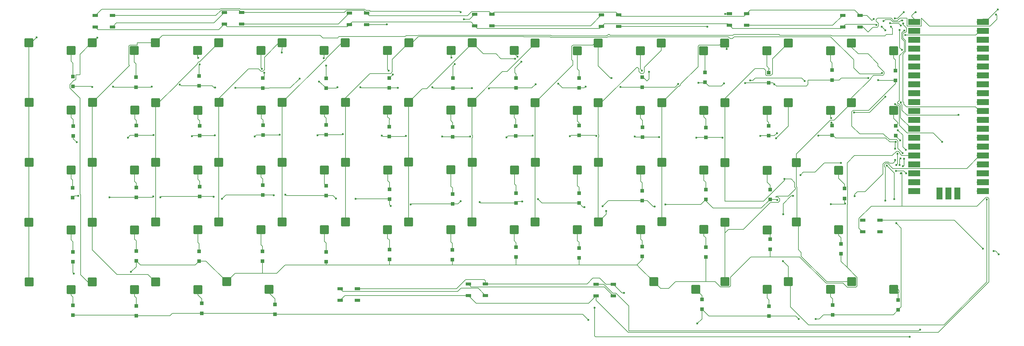
<source format=gbr>
%TF.GenerationSoftware,KiCad,Pcbnew,9.0.6*%
%TF.CreationDate,2025-12-29T14:25:08-05:00*%
%TF.ProjectId,keyboardepi pico,6b657962-6f61-4726-9465-706920706963,rev?*%
%TF.SameCoordinates,Original*%
%TF.FileFunction,Copper,L2,Bot*%
%TF.FilePolarity,Positive*%
%FSLAX46Y46*%
G04 Gerber Fmt 4.6, Leading zero omitted, Abs format (unit mm)*
G04 Created by KiCad (PCBNEW 9.0.6) date 2025-12-29 14:25:08*
%MOMM*%
%LPD*%
G01*
G04 APERTURE LIST*
G04 Aperture macros list*
%AMRoundRect*
0 Rectangle with rounded corners*
0 $1 Rounding radius*
0 $2 $3 $4 $5 $6 $7 $8 $9 X,Y pos of 4 corners*
0 Add a 4 corners polygon primitive as box body*
4,1,4,$2,$3,$4,$5,$6,$7,$8,$9,$2,$3,0*
0 Add four circle primitives for the rounded corners*
1,1,$1+$1,$2,$3*
1,1,$1+$1,$4,$5*
1,1,$1+$1,$6,$7*
1,1,$1+$1,$8,$9*
0 Add four rect primitives between the rounded corners*
20,1,$1+$1,$2,$3,$4,$5,0*
20,1,$1+$1,$4,$5,$6,$7,0*
20,1,$1+$1,$6,$7,$8,$9,0*
20,1,$1+$1,$8,$9,$2,$3,0*%
G04 Aperture macros list end*
%TA.AperFunction,SMDPad,CuDef*%
%ADD10RoundRect,0.250000X-1.025000X-1.000000X1.025000X-1.000000X1.025000X1.000000X-1.025000X1.000000X0*%
%TD*%
%TA.AperFunction,SMDPad,CuDef*%
%ADD11RoundRect,0.250000X0.300000X-0.300000X0.300000X0.300000X-0.300000X0.300000X-0.300000X-0.300000X0*%
%TD*%
%TA.AperFunction,SMDPad,CuDef*%
%ADD12RoundRect,0.090000X0.660000X0.360000X-0.660000X0.360000X-0.660000X-0.360000X0.660000X-0.360000X0*%
%TD*%
%TA.AperFunction,ComponentPad*%
%ADD13O,1.700000X1.700000*%
%TD*%
%TA.AperFunction,SMDPad,CuDef*%
%ADD14R,3.500000X1.700000*%
%TD*%
%TA.AperFunction,ComponentPad*%
%ADD15R,1.700000X1.700000*%
%TD*%
%TA.AperFunction,SMDPad,CuDef*%
%ADD16R,1.700000X3.500000*%
%TD*%
%TA.AperFunction,ViaPad*%
%ADD17C,0.600000*%
%TD*%
%TA.AperFunction,Conductor*%
%ADD18C,0.200000*%
%TD*%
G04 APERTURE END LIST*
D10*
%TO.P,S41,1,1*%
%TO.N,col10*%
X179000000Y-54000000D03*
%TO.P,S41,2,2*%
%TO.N,Net-(D41-A)*%
X191000000Y-56200000D03*
%TD*%
D11*
%TO.P,D15,1,K*%
%TO.N,row0*%
X263499600Y-30584600D03*
%TO.P,D15,2,A*%
%TO.N,Net-(D15-A)*%
X263499600Y-27784600D03*
%TD*%
%TO.P,D31,1,K*%
%TO.N,row2*%
X29413200Y-64087200D03*
%TO.P,D31,2,A*%
%TO.N,Net-(D31-A)*%
X29413200Y-61287200D03*
%TD*%
%TO.P,D68,1,K*%
%TO.N,row4*%
X208457800Y-95888000D03*
%TO.P,D68,2,A*%
%TO.N,Net-(D68-A)*%
X208457800Y-93088000D03*
%TD*%
D10*
%TO.P,S24,1,1*%
%TO.N,col8*%
X143000000Y-36900000D03*
%TO.P,S24,2,2*%
%TO.N,Net-(D24-A)*%
X155000000Y-39100000D03*
%TD*%
%TO.P,S4,1,1*%
%TO.N,col3*%
X70949000Y-19890000D03*
%TO.P,S4,2,2*%
%TO.N,Net-(D4-A)*%
X82949000Y-22090000D03*
%TD*%
%TO.P,S15,1,1*%
%TO.N,col14*%
X251000000Y-19900000D03*
%TO.P,S15,2,2*%
%TO.N,Net-(D15-A)*%
X263000000Y-22100000D03*
%TD*%
%TO.P,S10,1,1*%
%TO.N,col9*%
X178910000Y-19900000D03*
%TO.P,S10,2,2*%
%TO.N,Net-(D10-A)*%
X190910000Y-22100000D03*
%TD*%
D11*
%TO.P,D12,1,K*%
%TO.N,row0*%
X227406200Y-31245000D03*
%TO.P,D12,2,A*%
%TO.N,Net-(D12-A)*%
X227406200Y-28445000D03*
%TD*%
D10*
%TO.P,S52,1,1*%
%TO.N,col6*%
X107000000Y-71000000D03*
%TO.P,S52,2,2*%
%TO.N,Net-(D52-A)*%
X119000000Y-73200000D03*
%TD*%
D11*
%TO.P,D7,1,K*%
%TO.N,row0*%
X137591800Y-32769000D03*
%TO.P,D7,2,A*%
%TO.N,Net-(D7-A)*%
X137591800Y-29969000D03*
%TD*%
D10*
%TO.P,S31,1,1*%
%TO.N,col0*%
X17000000Y-54000000D03*
%TO.P,S31,2,2*%
%TO.N,Net-(D31-A)*%
X29000000Y-56200000D03*
%TD*%
D11*
%TO.P,D37,1,K*%
%TO.N,row2*%
X119557800Y-64493600D03*
%TO.P,D37,2,A*%
%TO.N,Net-(D37-A)*%
X119557800Y-61693600D03*
%TD*%
D10*
%TO.P,S5,1,1*%
%TO.N,col4*%
X88979000Y-19890000D03*
%TO.P,S5,2,2*%
%TO.N,Net-(D5-A)*%
X100979000Y-22090000D03*
%TD*%
%TO.P,S58,1,1*%
%TO.N,col12*%
X215000000Y-71100000D03*
%TO.P,S58,2,2*%
%TO.N,Net-(D58-A)*%
X227000000Y-73300000D03*
%TD*%
D11*
%TO.P,D2,1,K*%
%TO.N,row0*%
X47421800Y-32515000D03*
%TO.P,D2,2,A*%
%TO.N,Net-(D2-A)*%
X47421800Y-29715000D03*
%TD*%
%TO.P,D5,1,K*%
%TO.N,row0*%
X101498400Y-32845200D03*
%TO.P,D5,2,A*%
%TO.N,Net-(D5-A)*%
X101498400Y-30045200D03*
%TD*%
D10*
%TO.P,S56,1,1*%
%TO.N,col10*%
X178990000Y-71000000D03*
%TO.P,S56,2,2*%
%TO.N,Net-(D56-A)*%
X190990000Y-73200000D03*
%TD*%
D11*
%TO.P,D63,1,K*%
%TO.N,row4*%
X66116200Y-97031000D03*
%TO.P,D63,2,A*%
%TO.N,Net-(D63-A)*%
X66116200Y-94231000D03*
%TD*%
D10*
%TO.P,S73,1,1*%
%TO.N,col12*%
X215000000Y-88000000D03*
%TO.P,S73,2,2*%
%TO.N,Net-(D73-A)*%
X227000000Y-90200000D03*
%TD*%
%TO.P,S22,1,1*%
%TO.N,col6*%
X107000000Y-36850000D03*
%TO.P,S22,2,2*%
%TO.N,Net-(D22-A)*%
X119000000Y-39050000D03*
%TD*%
%TO.P,S45,1,1*%
%TO.N,col14*%
X235300000Y-54050000D03*
%TO.P,S45,2,2*%
%TO.N,Net-(D45-A)*%
X247300000Y-56250000D03*
%TD*%
%TO.P,S75,1,1*%
%TO.N,col14*%
X251010000Y-88050000D03*
%TO.P,S75,2,2*%
%TO.N,Net-(D75-A)*%
X263010000Y-90250000D03*
%TD*%
D11*
%TO.P,D39,1,K*%
%TO.N,row2*%
X155575000Y-65560400D03*
%TO.P,D39,2,A*%
%TO.N,Net-(D39-A)*%
X155575000Y-62760400D03*
%TD*%
D10*
%TO.P,S34,1,1*%
%TO.N,col3*%
X53000000Y-54000000D03*
%TO.P,S34,2,2*%
%TO.N,Net-(D34-A)*%
X65000000Y-56200000D03*
%TD*%
D11*
%TO.P,D22,1,K*%
%TO.N,row1*%
X119507000Y-46586600D03*
%TO.P,D22,2,A*%
%TO.N,Net-(D22-A)*%
X119507000Y-43786600D03*
%TD*%
D10*
%TO.P,S42,1,1*%
%TO.N,col11*%
X197000000Y-54000000D03*
%TO.P,S42,2,2*%
%TO.N,Net-(D42-A)*%
X209000000Y-56200000D03*
%TD*%
%TO.P,S20,1,1*%
%TO.N,col4*%
X71080000Y-36900000D03*
%TO.P,S20,2,2*%
%TO.N,Net-(D20-A)*%
X83080000Y-39100000D03*
%TD*%
D11*
%TO.P,D75,1,K*%
%TO.N,row4*%
X264287000Y-96065800D03*
%TO.P,D75,2,A*%
%TO.N,Net-(D75-A)*%
X264287000Y-93265800D03*
%TD*%
%TO.P,D21,1,K*%
%TO.N,row1*%
X101549200Y-46104000D03*
%TO.P,D21,2,A*%
%TO.N,Net-(D21-A)*%
X101549200Y-43304000D03*
%TD*%
D10*
%TO.P,S11,1,1*%
%TO.N,col10*%
X196900000Y-19900000D03*
%TO.P,S11,2,2*%
%TO.N,Net-(D11-A)*%
X208900000Y-22100000D03*
%TD*%
D11*
%TO.P,D24,1,K*%
%TO.N,row1*%
X155473400Y-46437200D03*
%TO.P,D24,2,A*%
%TO.N,Net-(D24-A)*%
X155473400Y-43637200D03*
%TD*%
%TO.P,D43,1,K*%
%TO.N,row2*%
X227863400Y-64547400D03*
%TO.P,D43,2,A*%
%TO.N,Net-(D43-A)*%
X227863400Y-61747400D03*
%TD*%
D10*
%TO.P,S62,1,1*%
%TO.N,col1*%
X35000000Y-88100000D03*
%TO.P,S62,2,2*%
%TO.N,Net-(D62-A)*%
X47000000Y-90300000D03*
%TD*%
D11*
%TO.P,D45,1,K*%
%TO.N,row2*%
X248996200Y-64265000D03*
%TO.P,D45,2,A*%
%TO.N,Net-(D45-A)*%
X248996200Y-61465000D03*
%TD*%
D10*
%TO.P,S53,1,1*%
%TO.N,col7*%
X125000000Y-71000000D03*
%TO.P,S53,2,2*%
%TO.N,Net-(D53-A)*%
X137000000Y-73200000D03*
%TD*%
D11*
%TO.P,D11,1,K*%
%TO.N,row0*%
X209346800Y-31095600D03*
%TO.P,D11,2,A*%
%TO.N,Net-(D11-A)*%
X209346800Y-28295600D03*
%TD*%
%TO.P,D41,1,K*%
%TO.N,row2*%
X191414400Y-64925400D03*
%TO.P,D41,2,A*%
%TO.N,Net-(D41-A)*%
X191414400Y-62125400D03*
%TD*%
D10*
%TO.P,S46,1,1*%
%TO.N,col0*%
X16980000Y-71100000D03*
%TO.P,S46,2,2*%
%TO.N,Net-(D46-A)*%
X28980000Y-73300000D03*
%TD*%
%TO.P,S50,1,1*%
%TO.N,col4*%
X71000000Y-71000000D03*
%TO.P,S50,2,2*%
%TO.N,Net-(D50-A)*%
X83000000Y-73200000D03*
%TD*%
%TO.P,S49,1,1*%
%TO.N,col3*%
X53000000Y-71000000D03*
%TO.P,S49,2,2*%
%TO.N,Net-(D49-A)*%
X65000000Y-73200000D03*
%TD*%
D11*
%TO.P,D120,1,K*%
%TO.N,row1*%
X245440200Y-46307200D03*
%TO.P,D120,2,A*%
%TO.N,Net-(D120-A)*%
X245440200Y-43507200D03*
%TD*%
%TO.P,D27,1,K*%
%TO.N,row1*%
X209550000Y-46891400D03*
%TO.P,D27,2,A*%
%TO.N,Net-(D27-A)*%
X209550000Y-44091400D03*
%TD*%
%TO.P,D34,1,K*%
%TO.N,row2*%
X65582800Y-63680800D03*
%TO.P,D34,2,A*%
%TO.N,Net-(D34-A)*%
X65582800Y-60880800D03*
%TD*%
%TO.P,D30,1,K*%
%TO.N,row1*%
X263601200Y-46383400D03*
%TO.P,D30,2,A*%
%TO.N,Net-(D30-A)*%
X263601200Y-43583400D03*
%TD*%
%TO.P,D26,1,K*%
%TO.N,row1*%
X191541400Y-46764400D03*
%TO.P,D26,2,A*%
%TO.N,Net-(D26-A)*%
X191541400Y-43964400D03*
%TD*%
%TO.P,D61,1,K*%
%TO.N,row4*%
X29514800Y-97564400D03*
%TO.P,D61,2,A*%
%TO.N,Net-(D61-A)*%
X29514800Y-94764400D03*
%TD*%
%TO.P,D40,1,K*%
%TO.N,row2*%
X173456600Y-65611200D03*
%TO.P,D40,2,A*%
%TO.N,Net-(D40-A)*%
X173456600Y-62811200D03*
%TD*%
D10*
%TO.P,S38,1,1*%
%TO.N,col7*%
X125000000Y-53900000D03*
%TO.P,S38,2,2*%
%TO.N,Net-(D38-A)*%
X137000000Y-56100000D03*
%TD*%
D11*
%TO.P,D6,1,K*%
%TO.N,row0*%
X119507000Y-32743600D03*
%TO.P,D6,2,A*%
%TO.N,Net-(D6-A)*%
X119507000Y-29943600D03*
%TD*%
%TO.P,D62,1,K*%
%TO.N,row4*%
X47498000Y-97767600D03*
%TO.P,D62,2,A*%
%TO.N,Net-(D62-A)*%
X47498000Y-94967600D03*
%TD*%
%TO.P,D36,1,K*%
%TO.N,row2*%
X101523800Y-63477600D03*
%TO.P,D36,2,A*%
%TO.N,Net-(D36-A)*%
X101523800Y-60677600D03*
%TD*%
D10*
%TO.P,S43,1,1*%
%TO.N,col12*%
X214990000Y-54050000D03*
%TO.P,S43,2,2*%
%TO.N,Net-(D43-A)*%
X226990000Y-56250000D03*
%TD*%
%TO.P,S6,1,1*%
%TO.N,col5*%
X106979000Y-19890000D03*
%TO.P,S6,2,2*%
%TO.N,Net-(D6-A)*%
X118979000Y-22090000D03*
%TD*%
D11*
%TO.P,D20,1,K*%
%TO.N,row1*%
X83540600Y-46180200D03*
%TO.P,D20,2,A*%
%TO.N,Net-(D20-A)*%
X83540600Y-43380200D03*
%TD*%
%TO.P,D54,1,K*%
%TO.N,row3*%
X155575000Y-81003600D03*
%TO.P,D54,2,A*%
%TO.N,Net-(D54-A)*%
X155575000Y-78203600D03*
%TD*%
D10*
%TO.P,S13,1,1*%
%TO.N,col12*%
X233000000Y-19910000D03*
%TO.P,S13,2,2*%
%TO.N,Net-(D13-A)*%
X245000000Y-22110000D03*
%TD*%
D11*
%TO.P,D33,1,K*%
%TO.N,row2*%
X47523400Y-63960200D03*
%TO.P,D33,2,A*%
%TO.N,Net-(D33-A)*%
X47523400Y-61160200D03*
%TD*%
D10*
%TO.P,S57,1,1*%
%TO.N,col11*%
X197000000Y-70950000D03*
%TO.P,S57,2,2*%
%TO.N,Net-(D57-A)*%
X209000000Y-73150000D03*
%TD*%
%TO.P,S61,1,1*%
%TO.N,col0*%
X17000000Y-88100000D03*
%TO.P,S61,2,2*%
%TO.N,Net-(D61-A)*%
X29000000Y-90300000D03*
%TD*%
%TO.P,S26,1,1*%
%TO.N,col10*%
X178900000Y-37000000D03*
%TO.P,S26,2,2*%
%TO.N,Net-(D26-A)*%
X190900000Y-39200000D03*
%TD*%
%TO.P,S23,1,1*%
%TO.N,col7*%
X125000000Y-36850000D03*
%TO.P,S23,2,2*%
%TO.N,Net-(D23-A)*%
X137000000Y-39050000D03*
%TD*%
%TO.P,S40,1,1*%
%TO.N,col9*%
X161010000Y-53950000D03*
%TO.P,S40,2,2*%
%TO.N,Net-(D40-A)*%
X173010000Y-56150000D03*
%TD*%
D11*
%TO.P,D55,1,K*%
%TO.N,row3*%
X173456600Y-81257600D03*
%TO.P,D55,2,A*%
%TO.N,Net-(D55-A)*%
X173456600Y-78457600D03*
%TD*%
D10*
%TO.P,S51,1,1*%
%TO.N,col5*%
X89000000Y-71000000D03*
%TO.P,S51,2,2*%
%TO.N,Net-(D51-A)*%
X101000000Y-73200000D03*
%TD*%
D11*
%TO.P,D28,1,K*%
%TO.N,row1*%
X227457000Y-46383400D03*
%TO.P,D28,2,A*%
%TO.N,Net-(D28-A)*%
X227457000Y-43583400D03*
%TD*%
D10*
%TO.P,S60,1,1*%
%TO.N,col14*%
X235300000Y-71000000D03*
%TO.P,S60,2,2*%
%TO.N,Net-(D60-A)*%
X247300000Y-73200000D03*
%TD*%
D11*
%TO.P,D50,1,K*%
%TO.N,row3*%
X83439000Y-82172000D03*
%TO.P,D50,2,A*%
%TO.N,Net-(D50-A)*%
X83439000Y-79372000D03*
%TD*%
%TO.P,D35,1,K*%
%TO.N,row2*%
X83489800Y-63325200D03*
%TO.P,D35,2,A*%
%TO.N,Net-(D35-A)*%
X83489800Y-60525200D03*
%TD*%
D10*
%TO.P,S63,1,1*%
%TO.N,col2*%
X53000000Y-88100000D03*
%TO.P,S63,2,2*%
%TO.N,Net-(D63-A)*%
X65000000Y-90300000D03*
%TD*%
D11*
%TO.P,D1,1,K*%
%TO.N,row0*%
X29489400Y-32311800D03*
%TO.P,D1,2,A*%
%TO.N,Net-(D1-A)*%
X29489400Y-29511800D03*
%TD*%
%TO.P,D18,1,K*%
%TO.N,row1*%
X47523400Y-46310200D03*
%TO.P,D18,2,A*%
%TO.N,Net-(D18-A)*%
X47523400Y-43510200D03*
%TD*%
%TO.P,D74,1,K*%
%TO.N,row4*%
X245618000Y-97488200D03*
%TO.P,D74,2,A*%
%TO.N,Net-(D74-A)*%
X245618000Y-94688200D03*
%TD*%
%TO.P,D3,1,K*%
%TO.N,row0*%
X65405000Y-32159400D03*
%TO.P,D3,2,A*%
%TO.N,Net-(D3-A)*%
X65405000Y-29359400D03*
%TD*%
D10*
%TO.P,S18,1,1*%
%TO.N,col2*%
X35080000Y-36900000D03*
%TO.P,S18,2,2*%
%TO.N,Net-(D18-A)*%
X47080000Y-39100000D03*
%TD*%
D11*
%TO.P,D13,1,K*%
%TO.N,row0*%
X245491000Y-30486000D03*
%TO.P,D13,2,A*%
%TO.N,Net-(D13-A)*%
X245491000Y-27686000D03*
%TD*%
%TO.P,D38,1,K*%
%TO.N,row2*%
X137490200Y-65814400D03*
%TO.P,D38,2,A*%
%TO.N,Net-(D38-A)*%
X137490200Y-63014400D03*
%TD*%
D10*
%TO.P,S28,1,1*%
%TO.N,col12*%
X215000000Y-37000000D03*
%TO.P,S28,2,2*%
%TO.N,Net-(D28-A)*%
X227000000Y-39200000D03*
%TD*%
D11*
%TO.P,D4,1,K*%
%TO.N,row0*%
X83464400Y-32769000D03*
%TO.P,D4,2,A*%
%TO.N,Net-(D4-A)*%
X83464400Y-29969000D03*
%TD*%
D10*
%TO.P,S37,1,1*%
%TO.N,col6*%
X107050000Y-53950000D03*
%TO.P,S37,2,2*%
%TO.N,Net-(D37-A)*%
X119050000Y-56150000D03*
%TD*%
D11*
%TO.P,D25,1,K*%
%TO.N,row1*%
X173482000Y-46281800D03*
%TO.P,D25,2,A*%
%TO.N,Net-(D25-A)*%
X173482000Y-43481800D03*
%TD*%
%TO.P,D58,1,K*%
%TO.N,row3*%
X227888800Y-78743000D03*
%TO.P,D58,2,A*%
%TO.N,Net-(D58-A)*%
X227888800Y-75943000D03*
%TD*%
%TO.P,D23,1,K*%
%TO.N,row1*%
X137515600Y-46688200D03*
%TO.P,D23,2,A*%
%TO.N,Net-(D23-A)*%
X137515600Y-43888200D03*
%TD*%
%TO.P,D57,1,K*%
%TO.N,row3*%
X209524600Y-80952800D03*
%TO.P,D57,2,A*%
%TO.N,Net-(D57-A)*%
X209524600Y-78152800D03*
%TD*%
%TO.P,D56,1,K*%
%TO.N,row3*%
X191465200Y-80851200D03*
%TO.P,D56,2,A*%
%TO.N,Net-(D56-A)*%
X191465200Y-78051200D03*
%TD*%
%TO.P,D52,1,K*%
%TO.N,row3*%
X119557800Y-81638600D03*
%TO.P,D52,2,A*%
%TO.N,Net-(D52-A)*%
X119557800Y-78838600D03*
%TD*%
%TO.P,D51,1,K*%
%TO.N,row3*%
X101498400Y-82324400D03*
%TO.P,D51,2,A*%
%TO.N,Net-(D51-A)*%
X101498400Y-79524400D03*
%TD*%
%TO.P,D60,1,K*%
%TO.N,row3*%
X248005600Y-80063800D03*
%TO.P,D60,2,A*%
%TO.N,Net-(D60-A)*%
X248005600Y-77263800D03*
%TD*%
D10*
%TO.P,S7,1,1*%
%TO.N,col6*%
X125080000Y-19880000D03*
%TO.P,S7,2,2*%
%TO.N,Net-(D7-A)*%
X137080000Y-22080000D03*
%TD*%
%TO.P,S33,1,1*%
%TO.N,col2*%
X35010000Y-54000000D03*
%TO.P,S33,2,2*%
%TO.N,Net-(D33-A)*%
X47010000Y-56200000D03*
%TD*%
%TO.P,S39,1,1*%
%TO.N,col8*%
X143100000Y-54000000D03*
%TO.P,S39,2,2*%
%TO.N,Net-(D39-A)*%
X155100000Y-56200000D03*
%TD*%
%TO.P,S17,1,1*%
%TO.N,row3*%
X194706250Y-88000000D03*
%TO.P,S17,2,2*%
%TO.N,Net-(D68-A)*%
X206706250Y-90200000D03*
%TD*%
%TO.P,S1,1,1*%
%TO.N,col0*%
X16949000Y-19890000D03*
%TO.P,S1,2,2*%
%TO.N,Net-(D1-A)*%
X28949000Y-22090000D03*
%TD*%
%TO.P,S30,1,1*%
%TO.N,col14*%
X251000000Y-37000000D03*
%TO.P,S30,2,2*%
%TO.N,Net-(D30-A)*%
X263000000Y-39200000D03*
%TD*%
%TO.P,S54,1,1*%
%TO.N,col8*%
X143000000Y-71000000D03*
%TO.P,S54,2,2*%
%TO.N,Net-(D54-A)*%
X155000000Y-73200000D03*
%TD*%
%TO.P,S14,1,1*%
%TO.N,col13*%
X233000000Y-36950000D03*
%TO.P,S14,2,2*%
%TO.N,Net-(D120-A)*%
X245000000Y-39150000D03*
%TD*%
D11*
%TO.P,D53,1,K*%
%TO.N,row3*%
X137414000Y-81714800D03*
%TO.P,D53,2,A*%
%TO.N,Net-(D53-A)*%
X137414000Y-78914800D03*
%TD*%
D10*
%TO.P,S29,1,1*%
%TO.N,row3*%
X73243750Y-88050000D03*
%TO.P,S29,2,2*%
%TO.N,Net-(D121-A)*%
X85243750Y-90250000D03*
%TD*%
D11*
%TO.P,D42,1,K*%
%TO.N,row2*%
X209524600Y-64595200D03*
%TO.P,D42,2,A*%
%TO.N,Net-(D42-A)*%
X209524600Y-61795200D03*
%TD*%
%TO.P,D9,1,K*%
%TO.N,row0*%
X173456600Y-32718200D03*
%TO.P,D9,2,A*%
%TO.N,Net-(D9-A)*%
X173456600Y-29918200D03*
%TD*%
%TO.P,D10,1,K*%
%TO.N,row0*%
X191414400Y-32515000D03*
%TO.P,D10,2,A*%
%TO.N,Net-(D10-A)*%
X191414400Y-29715000D03*
%TD*%
%TO.P,D73,1,K*%
%TO.N,row4*%
X227533200Y-97818400D03*
%TO.P,D73,2,A*%
%TO.N,Net-(D73-A)*%
X227533200Y-95018400D03*
%TD*%
D10*
%TO.P,S25,1,1*%
%TO.N,col9*%
X161000000Y-36950000D03*
%TO.P,S25,2,2*%
%TO.N,Net-(D25-A)*%
X173000000Y-39150000D03*
%TD*%
D11*
%TO.P,D46,1,K*%
%TO.N,row3*%
X29514800Y-82349800D03*
%TO.P,D46,2,A*%
%TO.N,Net-(D46-A)*%
X29514800Y-79549800D03*
%TD*%
D10*
%TO.P,S16,1,1*%
%TO.N,col0*%
X17000000Y-36900000D03*
%TO.P,S16,2,2*%
%TO.N,Net-(D16-A)*%
X29000000Y-39100000D03*
%TD*%
%TO.P,S48,1,1*%
%TO.N,col2*%
X35010000Y-71050000D03*
%TO.P,S48,2,2*%
%TO.N,Net-(D48-A)*%
X47010000Y-73250000D03*
%TD*%
D11*
%TO.P,D49,1,K*%
%TO.N,row3*%
X65405000Y-82172000D03*
%TO.P,D49,2,A*%
%TO.N,Net-(D49-A)*%
X65405000Y-79372000D03*
%TD*%
D10*
%TO.P,S3,1,1*%
%TO.N,col2*%
X52959000Y-19890000D03*
%TO.P,S3,2,2*%
%TO.N,Net-(D3-A)*%
X64959000Y-22090000D03*
%TD*%
D11*
%TO.P,D121,1,K*%
%TO.N,row4*%
X86944200Y-97310400D03*
%TO.P,D121,2,A*%
%TO.N,Net-(D121-A)*%
X86944200Y-94510400D03*
%TD*%
D10*
%TO.P,S12,1,1*%
%TO.N,col11*%
X214900000Y-19900000D03*
%TO.P,S12,2,2*%
%TO.N,Net-(D12-A)*%
X226900000Y-22100000D03*
%TD*%
%TO.P,S2,1,1*%
%TO.N,col1*%
X34949000Y-19890000D03*
%TO.P,S2,2,2*%
%TO.N,Net-(D2-A)*%
X46949000Y-22090000D03*
%TD*%
D11*
%TO.P,D16,1,K*%
%TO.N,row1*%
X29565600Y-46434200D03*
%TO.P,D16,2,A*%
%TO.N,Net-(D16-A)*%
X29565600Y-43634200D03*
%TD*%
D10*
%TO.P,S21,1,1*%
%TO.N,col5*%
X89000000Y-36900000D03*
%TO.P,S21,2,2*%
%TO.N,Net-(D21-A)*%
X101000000Y-39100000D03*
%TD*%
%TO.P,S27,1,1*%
%TO.N,col11*%
X197000000Y-37000000D03*
%TO.P,S27,2,2*%
%TO.N,Net-(D27-A)*%
X209000000Y-39200000D03*
%TD*%
%TO.P,S35,1,1*%
%TO.N,col4*%
X71000000Y-54000000D03*
%TO.P,S35,2,2*%
%TO.N,Net-(D35-A)*%
X83000000Y-56200000D03*
%TD*%
%TO.P,S74,1,1*%
%TO.N,col13*%
X233010000Y-88000000D03*
%TO.P,S74,2,2*%
%TO.N,Net-(D74-A)*%
X245010000Y-90200000D03*
%TD*%
D11*
%TO.P,D48,1,K*%
%TO.N,row3*%
X47472600Y-82095800D03*
%TO.P,D48,2,A*%
%TO.N,Net-(D48-A)*%
X47472600Y-79295800D03*
%TD*%
D10*
%TO.P,S36,1,1*%
%TO.N,col5*%
X89000000Y-54000000D03*
%TO.P,S36,2,2*%
%TO.N,Net-(D36-A)*%
X101000000Y-56200000D03*
%TD*%
%TO.P,S9,1,1*%
%TO.N,col8*%
X160979000Y-19900000D03*
%TO.P,S9,2,2*%
%TO.N,Net-(D9-A)*%
X172979000Y-22100000D03*
%TD*%
D11*
%TO.P,D19,1,K*%
%TO.N,row1*%
X65506600Y-46332600D03*
%TO.P,D19,2,A*%
%TO.N,Net-(D19-A)*%
X65506600Y-43532600D03*
%TD*%
D10*
%TO.P,S55,1,1*%
%TO.N,col9*%
X161000000Y-71000000D03*
%TO.P,S55,2,2*%
%TO.N,Net-(D55-A)*%
X173000000Y-73200000D03*
%TD*%
D12*
%TO.P,D14,1,VDD*%
%TO.N,5v*%
X40716200Y-12067000D03*
%TO.P,D14,2,DOUT*%
%TO.N,Net-(D14-DOUT)*%
X40716200Y-15367000D03*
%TO.P,D14,3,VSS*%
%TO.N,gnd*%
X35816200Y-15367000D03*
%TO.P,D14,4,DIN*%
%TO.N,data in led*%
X35816200Y-12067000D03*
%TD*%
%TO.P,D17,1,VDD*%
%TO.N,5v*%
X77444600Y-11252200D03*
%TO.P,D17,2,DOUT*%
%TO.N,Net-(D17-DOUT)*%
X77444600Y-14552200D03*
%TO.P,D17,3,VSS*%
%TO.N,gnd*%
X72544600Y-14552200D03*
%TO.P,D17,4,DIN*%
%TO.N,Net-(D14-DOUT)*%
X72544600Y-11252200D03*
%TD*%
%TO.P,D29,1,VDD*%
%TO.N,5v*%
X113030000Y-11404600D03*
%TO.P,D29,2,DOUT*%
%TO.N,Net-(D29-DOUT)*%
X113030000Y-14704600D03*
%TO.P,D29,3,VSS*%
%TO.N,gnd*%
X108130000Y-14704600D03*
%TO.P,D29,4,DIN*%
%TO.N,Net-(D17-DOUT)*%
X108130000Y-11404600D03*
%TD*%
%TO.P,D44,1,VDD*%
%TO.N,5v*%
X184785000Y-11889200D03*
%TO.P,D44,2,DOUT*%
%TO.N,Net-(D44-DOUT)*%
X184785000Y-15189200D03*
%TO.P,D44,3,VSS*%
%TO.N,gnd*%
X179885000Y-15189200D03*
%TO.P,D44,4,DIN*%
%TO.N,Net-(D32-DOUT)*%
X179885000Y-11889200D03*
%TD*%
%TO.P,D47,1,VDD*%
%TO.N,5v*%
X221183200Y-11557000D03*
%TO.P,D47,2,DOUT*%
%TO.N,Net-(D47-DOUT)*%
X221183200Y-14857000D03*
%TO.P,D47,3,VSS*%
%TO.N,gnd*%
X216283200Y-14857000D03*
%TO.P,D47,4,DIN*%
%TO.N,Net-(D44-DOUT)*%
X216283200Y-11557000D03*
%TD*%
%TO.P,D64,1,VDD*%
%TO.N,5v*%
X183210200Y-88747600D03*
%TO.P,D64,2,DOUT*%
%TO.N,Net-(D64-DOUT)*%
X183210200Y-92047600D03*
%TO.P,D64,3,VSS*%
%TO.N,gnd*%
X178310200Y-92047600D03*
%TO.P,D64,4,DIN*%
%TO.N,Net-(D59-DOUT)*%
X178310200Y-88747600D03*
%TD*%
%TO.P,D59,1,VDD*%
%TO.N,5v*%
X253390400Y-12039600D03*
%TO.P,D59,2,DOUT*%
%TO.N,Net-(D59-DOUT)*%
X253390400Y-15339600D03*
%TO.P,D59,3,VSS*%
%TO.N,gnd*%
X248490400Y-15339600D03*
%TO.P,D59,4,DIN*%
%TO.N,Net-(D47-DOUT)*%
X248490400Y-12039600D03*
%TD*%
D13*
%TO.P,U1,1,GPIO0*%
%TO.N,col0*%
X287496250Y-13970000D03*
D14*
X288396250Y-13970000D03*
D13*
%TO.P,U1,2,GPIO1*%
%TO.N,col1*%
X287496250Y-16510000D03*
D14*
X288396250Y-16510000D03*
D15*
%TO.P,U1,3,GND*%
%TO.N,unconnected-(U1-GND-Pad3)*%
X287496250Y-19050000D03*
D14*
X288396250Y-19050000D03*
D13*
%TO.P,U1,4,GPIO2*%
%TO.N,col2*%
X287496250Y-21590000D03*
D14*
X288396250Y-21590000D03*
D13*
%TO.P,U1,5,GPIO3*%
%TO.N,col3*%
X287496250Y-24130000D03*
D14*
X288396250Y-24130000D03*
D13*
%TO.P,U1,6,GPIO4*%
%TO.N,col4*%
X287496250Y-26670000D03*
D14*
X288396250Y-26670000D03*
D13*
%TO.P,U1,7,GPIO5*%
%TO.N,col5*%
X287496250Y-29210000D03*
D14*
X288396250Y-29210000D03*
D15*
%TO.P,U1,8,GND*%
%TO.N,unconnected-(U1-GND-Pad8)*%
X287496250Y-31750000D03*
D14*
X288396250Y-31750000D03*
D13*
%TO.P,U1,9,GPIO6*%
%TO.N,col6*%
X287496250Y-34290000D03*
D14*
X288396250Y-34290000D03*
D13*
%TO.P,U1,10,GPIO7*%
%TO.N,col7*%
X287496250Y-36830000D03*
D14*
X288396250Y-36830000D03*
D13*
%TO.P,U1,11,GPIO8*%
%TO.N,col8*%
X287496250Y-39370000D03*
D14*
X288396250Y-39370000D03*
D13*
%TO.P,U1,12,GPIO9*%
%TO.N,col9*%
X287496250Y-41910000D03*
D14*
X288396250Y-41910000D03*
D15*
%TO.P,U1,13,GND*%
%TO.N,unconnected-(U1-GND-Pad13)*%
X287496250Y-44450000D03*
D14*
X288396250Y-44450000D03*
D13*
%TO.P,U1,14,GPIO10*%
%TO.N,col10*%
X287496250Y-46990000D03*
D14*
X288396250Y-46990000D03*
D13*
%TO.P,U1,15,GPIO11*%
%TO.N,col11*%
X287496250Y-49530000D03*
D14*
X288396250Y-49530000D03*
D13*
%TO.P,U1,16,GPIO12*%
%TO.N,col12*%
X287496250Y-52070000D03*
D14*
X288396250Y-52070000D03*
D13*
%TO.P,U1,17,GPIO13*%
%TO.N,col13*%
X287496250Y-54610000D03*
D14*
X288396250Y-54610000D03*
D15*
%TO.P,U1,18,GND*%
%TO.N,unconnected-(U1-GND-Pad18)*%
X287496250Y-57150000D03*
D14*
X288396250Y-57150000D03*
D13*
%TO.P,U1,19,GPIO14*%
%TO.N,col14*%
X287496250Y-59690000D03*
D14*
X288396250Y-59690000D03*
D13*
%TO.P,U1,20,GPIO15*%
%TO.N,unconnected-(U1-GPIO15-Pad20)*%
X287496250Y-62230000D03*
D14*
X288396250Y-62230000D03*
D13*
%TO.P,U1,21,GPIO16*%
%TO.N,row0*%
X269716250Y-62230000D03*
D14*
X268816250Y-62230000D03*
D13*
%TO.P,U1,22,GPIO17*%
%TO.N,row1*%
X269716250Y-59690000D03*
D14*
X268816250Y-59690000D03*
D15*
%TO.P,U1,23,GND*%
%TO.N,unconnected-(U1-GND-Pad23)*%
X269716250Y-57150000D03*
D14*
X268816250Y-57150000D03*
D13*
%TO.P,U1,24,GPIO18*%
%TO.N,row2*%
X269716250Y-54610000D03*
D14*
X268816250Y-54610000D03*
D13*
%TO.P,U1,25,GPIO19*%
%TO.N,row3*%
X269716250Y-52070000D03*
D14*
X268816250Y-52070000D03*
D13*
%TO.P,U1,26,GPIO20*%
%TO.N,row4*%
X269716250Y-49530000D03*
D14*
X268816250Y-49530000D03*
D13*
%TO.P,U1,27,GPIO21*%
%TO.N,unconnected-(U1-GPIO21-Pad27)*%
X269716250Y-46990000D03*
D14*
X268816250Y-46990000D03*
D15*
%TO.P,U1,28,GND*%
%TO.N,gnd*%
X269716250Y-44450000D03*
D14*
X268816250Y-44450000D03*
D13*
%TO.P,U1,29,GPIO22*%
%TO.N,data in led*%
X269716250Y-41910000D03*
D14*
X268816250Y-41910000D03*
D13*
%TO.P,U1,30,RUN*%
%TO.N,unconnected-(U1-RUN-Pad30)*%
X269716250Y-39370000D03*
D14*
X268816250Y-39370000D03*
D13*
%TO.P,U1,31,GPIO26_ADC0*%
%TO.N,unconnected-(U1-GPIO26_ADC0-Pad31)*%
X269716250Y-36830000D03*
D14*
X268816250Y-36830000D03*
D13*
%TO.P,U1,32,GPIO27_ADC1*%
%TO.N,unconnected-(U1-GPIO27_ADC1-Pad32)*%
X269716250Y-34290000D03*
D14*
X268816250Y-34290000D03*
D15*
%TO.P,U1,33,AGND*%
%TO.N,unconnected-(U1-AGND-Pad33)*%
X269716250Y-31750000D03*
D14*
X268816250Y-31750000D03*
D13*
%TO.P,U1,34,GPIO28_ADC2*%
%TO.N,unconnected-(U1-GPIO28_ADC2-Pad34)*%
X269716250Y-29210000D03*
D14*
X268816250Y-29210000D03*
D13*
%TO.P,U1,35,ADC_VREF*%
%TO.N,unconnected-(U1-ADC_VREF-Pad35)*%
X269716250Y-26670000D03*
D14*
X268816250Y-26670000D03*
D13*
%TO.P,U1,36,3V3*%
%TO.N,unconnected-(U1-3V3-Pad36)*%
X269716250Y-24130000D03*
D14*
X268816250Y-24130000D03*
D13*
%TO.P,U1,37,3V3_EN*%
%TO.N,unconnected-(U1-3V3_EN-Pad37)*%
X269716250Y-21590000D03*
D14*
X268816250Y-21590000D03*
D15*
%TO.P,U1,38,GND*%
%TO.N,unconnected-(U1-GND-Pad38)*%
X269716250Y-19050000D03*
D14*
X268816250Y-19050000D03*
D13*
%TO.P,U1,39,VSYS*%
%TO.N,unconnected-(U1-VSYS-Pad39)*%
X269716250Y-16510000D03*
D14*
X268816250Y-16510000D03*
D13*
%TO.P,U1,40,VBUS*%
%TO.N,5v*%
X269716250Y-13970000D03*
D14*
X268816250Y-13970000D03*
D13*
%TO.P,U1,41,SWCLK*%
%TO.N,unconnected-(U1-SWCLK-Pad41)*%
X281146250Y-62000000D03*
D16*
X281146250Y-62900000D03*
D15*
%TO.P,U1,42,GND*%
%TO.N,unconnected-(U1-GND-Pad42)*%
X278606250Y-62000000D03*
D16*
X278606250Y-62900000D03*
D13*
%TO.P,U1,43,SWDIO*%
%TO.N,unconnected-(U1-SWDIO-Pad43)*%
X276066250Y-62000000D03*
D16*
X276066250Y-62900000D03*
%TD*%
D12*
%TO.P,D32,1,VDD*%
%TO.N,5v*%
X148691600Y-11709400D03*
%TO.P,D32,2,DOUT*%
%TO.N,Net-(D32-DOUT)*%
X148691600Y-15009400D03*
%TO.P,D32,3,VSS*%
%TO.N,gnd*%
X143791600Y-15009400D03*
%TO.P,D32,4,DIN*%
%TO.N,Net-(D29-DOUT)*%
X143791600Y-11709400D03*
%TD*%
%TO.P,D67,1,VDD*%
%TO.N,5v*%
X259054600Y-70510400D03*
%TO.P,D67,2,DOUT*%
%TO.N,unconnected-(D67-DOUT-Pad2)*%
X259054600Y-73810400D03*
%TO.P,D67,3,VSS*%
%TO.N,gnd*%
X254154600Y-73810400D03*
%TO.P,D67,4,DIN*%
%TO.N,Net-(D66-DOUT)*%
X254154600Y-70510400D03*
%TD*%
%TO.P,D65,1,VDD*%
%TO.N,5v*%
X146862800Y-88673400D03*
%TO.P,D65,2,DOUT*%
%TO.N,Net-(D65-DOUT)*%
X146862800Y-91973400D03*
%TO.P,D65,3,VSS*%
%TO.N,gnd*%
X141962800Y-91973400D03*
%TO.P,D65,4,DIN*%
%TO.N,Net-(D64-DOUT)*%
X141962800Y-88673400D03*
%TD*%
%TO.P,D66,1,VDD*%
%TO.N,5v*%
X110413800Y-90045000D03*
%TO.P,D66,2,DOUT*%
%TO.N,unconnected-(D66-DOUT-Pad2)*%
X110413800Y-93345000D03*
%TO.P,D66,3,VSS*%
%TO.N,gnd*%
X105513800Y-93345000D03*
%TO.P,D66,4,DIN*%
%TO.N,Net-(D65-DOUT)*%
X105513800Y-90045000D03*
%TD*%
D10*
%TO.P,S19,1,1*%
%TO.N,col3*%
X53000000Y-36950000D03*
%TO.P,S19,2,2*%
%TO.N,Net-(D19-A)*%
X65000000Y-39150000D03*
%TD*%
D11*
%TO.P,D8,1,K*%
%TO.N,row0*%
X155524200Y-32743600D03*
%TO.P,D8,2,A*%
%TO.N,Net-(D8-A)*%
X155524200Y-29943600D03*
%TD*%
D10*
%TO.P,S8,1,1*%
%TO.N,col7*%
X143079000Y-19890000D03*
%TO.P,S8,2,2*%
%TO.N,Net-(D8-A)*%
X155079000Y-22090000D03*
%TD*%
D17*
%TO.N,row4*%
X263753600Y-71348600D03*
X261010400Y-54914800D03*
X240817400Y-98679000D03*
X236016800Y-98679000D03*
X207137000Y-99974400D03*
X176149000Y-98933000D03*
%TO.N,Net-(D6-A)*%
X120472200Y-28956000D03*
%TO.N,Net-(D5-A)*%
X101549200Y-26339800D03*
%TO.N,Net-(D3-A)*%
X65506600Y-26009600D03*
%TO.N,row0*%
X34950400Y-32435800D03*
X40944800Y-32385000D03*
X51943000Y-32385000D03*
X59893200Y-31775400D03*
X69977000Y-32613600D03*
X75692000Y-32689800D03*
X99466400Y-30962600D03*
X111302800Y-32562800D03*
X104749600Y-32537400D03*
X121894600Y-32766000D03*
X131724400Y-32537400D03*
X147828000Y-32918400D03*
X142976600Y-32842200D03*
X161112200Y-31699200D03*
X167563800Y-31546800D03*
X175336200Y-32359600D03*
X185267600Y-32512000D03*
X207441800Y-31292800D03*
X201701400Y-31623000D03*
X214757000Y-31445200D03*
X220726000Y-31394400D03*
X258572000Y-30530800D03*
X255803400Y-29895800D03*
%TO.N,Net-(D4-A)*%
X83235800Y-27330400D03*
X83947000Y-28422600D03*
%TO.N,row3*%
X29718000Y-85699600D03*
X45999400Y-85242400D03*
%TO.N,row2*%
X31013400Y-63525400D03*
X39903400Y-64008000D03*
X52349400Y-63754000D03*
X54330600Y-63931800D03*
X71882000Y-64414400D03*
X69520251Y-63800151D03*
X89916000Y-63195200D03*
X86639400Y-63373000D03*
X104292400Y-64287400D03*
X109880400Y-64363600D03*
X125603000Y-66014600D03*
X119862600Y-66421000D03*
X139776200Y-65100200D03*
X145186400Y-65328800D03*
X157302200Y-65151000D03*
X161848800Y-64516000D03*
X180213000Y-66548000D03*
X175031400Y-66725800D03*
X194970400Y-66598800D03*
X198018400Y-66014600D03*
X245084600Y-65913000D03*
X229920800Y-64693800D03*
X251891800Y-63627000D03*
X249174000Y-65735200D03*
%TO.N,row1*%
X214299800Y-46939200D03*
X225018600Y-46431200D03*
X206883000Y-46939200D03*
X196240400Y-46812200D03*
X189357000Y-46609000D03*
X178409600Y-46431200D03*
X160248600Y-46329600D03*
X170865800Y-46558200D03*
X152831800Y-46837600D03*
X142519400Y-46609000D03*
X134569200Y-46609000D03*
X124206000Y-46456600D03*
X106273600Y-45923200D03*
X117398800Y-46355000D03*
X88290400Y-46126400D03*
X99060000Y-46304200D03*
X81203800Y-46609000D03*
X69875400Y-46304200D03*
X52400200Y-46151800D03*
X63373000Y-46507400D03*
X45110400Y-46964600D03*
X30556200Y-48260000D03*
X229793800Y-45643800D03*
X241604800Y-46355000D03*
%TO.N,Net-(D120-A)*%
X245193879Y-41345800D03*
X245262400Y-42595800D03*
%TO.N,row1*%
X264820400Y-47726600D03*
%TO.N,row0*%
X93954600Y-30073600D03*
X229057200Y-31673800D03*
X265506200Y-51333400D03*
X265627806Y-55103777D03*
X265912600Y-52933600D03*
%TO.N,Net-(D3-A)*%
X65151000Y-24155400D03*
%TO.N,Net-(D5-A)*%
X100888800Y-24257000D03*
%TO.N,Net-(D6-A)*%
X119303800Y-27813000D03*
%TO.N,Net-(D7-A)*%
X137134600Y-24104600D03*
X138125200Y-25984200D03*
%TO.N,Net-(D8-A)*%
X157099000Y-25273000D03*
X156006800Y-23876000D03*
%TO.N,Net-(D10-A)*%
X193421000Y-28186000D03*
X191389000Y-27814000D03*
%TO.N,data in led*%
X265353800Y-21920200D03*
X265836400Y-11150600D03*
X139801600Y-11114800D03*
X263296400Y-12903200D03*
X264718800Y-16230600D03*
%TO.N,gnd*%
X259588000Y-15290800D03*
X264718800Y-54737000D03*
X266012253Y-16354694D03*
X265054864Y-57114200D03*
X260604000Y-16306800D03*
X264971728Y-52906397D03*
X264210800Y-44831000D03*
X258038600Y-14782800D03*
X266454687Y-50389752D03*
%TO.N,5v*%
X267589000Y-103733600D03*
X257302000Y-13055600D03*
X291465000Y-79324200D03*
X265024479Y-14931622D03*
X177927000Y-95504000D03*
X288391600Y-78638400D03*
X261950200Y-14300200D03*
X269240000Y-11114800D03*
X292875543Y-80211400D03*
X186258200Y-91262200D03*
%TO.N,row1*%
X263550400Y-48133000D03*
X263753600Y-54762400D03*
X263702800Y-56464200D03*
X264083800Y-51511200D03*
X266566248Y-57150000D03*
X263423400Y-50114200D03*
%TO.N,Net-(D29-DOUT)*%
X118795800Y-14605000D03*
X140716000Y-13131800D03*
%TO.N,row2*%
X263433800Y-53335219D03*
%TO.N,Net-(D44-DOUT)*%
X215036400Y-11684000D03*
X209956400Y-15290800D03*
%TO.N,Net-(D59-DOUT)*%
X270535400Y-101701600D03*
X292151895Y-11848848D03*
%TO.N,row4*%
X263118600Y-64516000D03*
%TO.N,col0*%
X19170388Y-18355748D03*
X292633400Y-10337800D03*
%TO.N,col1*%
X266297619Y-17654494D03*
X36449000Y-18389600D03*
%TO.N,col2*%
X262204200Y-15290800D03*
%TO.N,col3*%
X70949000Y-19890000D03*
%TO.N,col4*%
X88925400Y-22682200D03*
%TO.N,col5*%
X106979000Y-19890000D03*
%TO.N,col6*%
X264987950Y-36891865D03*
X259664200Y-28498800D03*
X281406600Y-40436800D03*
%TO.N,col7*%
X155295600Y-24434800D03*
%TO.N,col8*%
X260096000Y-13705600D03*
X160979000Y-19900000D03*
X265676187Y-14385929D03*
X265455400Y-13469000D03*
%TO.N,col9*%
X182727600Y-29946600D03*
X222182881Y-30595000D03*
X251688600Y-39725600D03*
X237667800Y-30759400D03*
X263403800Y-37389018D03*
X260604000Y-35280600D03*
X276783800Y-48107600D03*
%TO.N,col10*%
X181229000Y-67868800D03*
%TO.N,col11*%
X215519000Y-21666200D03*
%TO.N,col12*%
X248031000Y-54152800D03*
X236448600Y-57581800D03*
X260604000Y-64922400D03*
X231876600Y-58749000D03*
%TO.N,col14*%
X250721023Y-37278977D03*
%TO.N,col13*%
X231495600Y-82143600D03*
X289460200Y-64530843D03*
X234365800Y-63576200D03*
X229539800Y-47091600D03*
X231546400Y-68783200D03*
%TD*%
D18*
%TO.N,Net-(D61-A)*%
X29514800Y-92430600D02*
X29514800Y-94764400D01*
X29000000Y-91915800D02*
X29514800Y-92430600D01*
X29000000Y-90300000D02*
X29000000Y-91915800D01*
%TO.N,Net-(D62-A)*%
X47498000Y-92659200D02*
X47498000Y-94967600D01*
X47000000Y-92161200D02*
X47498000Y-92659200D01*
X47000000Y-90300000D02*
X47000000Y-92161200D01*
%TO.N,Net-(D63-A)*%
X66116200Y-92913200D02*
X66116200Y-94231000D01*
X65000000Y-91797000D02*
X66116200Y-92913200D01*
X65000000Y-90300000D02*
X65000000Y-91797000D01*
%TO.N,Net-(D121-A)*%
X86944200Y-92938600D02*
X86944200Y-94510400D01*
X85243750Y-91238150D02*
X86944200Y-92938600D01*
%TO.N,Net-(D68-A)*%
X208457800Y-91951550D02*
X208457800Y-93088000D01*
X206706250Y-90200000D02*
X208457800Y-91951550D01*
%TO.N,Net-(D73-A)*%
X227533200Y-93243400D02*
X227533200Y-95018400D01*
X227000000Y-92710200D02*
X227533200Y-93243400D01*
X227000000Y-90200000D02*
X227000000Y-92710200D01*
%TO.N,Net-(D74-A)*%
X245010000Y-92305200D02*
X245618000Y-92913200D01*
X245618000Y-92913200D02*
X245618000Y-94688200D01*
X245010000Y-90200000D02*
X245010000Y-92305200D01*
%TO.N,Net-(D75-A)*%
X264287000Y-91299800D02*
X264287000Y-93265800D01*
X264553200Y-91033600D02*
X264287000Y-91299800D01*
%TO.N,row4*%
X265138000Y-72733000D02*
X263753600Y-71348600D01*
X265138000Y-95214800D02*
X265138000Y-72733000D01*
X264287000Y-96065800D02*
X265138000Y-95214800D01*
X262864600Y-97488200D02*
X264287000Y-96065800D01*
X245618000Y-97488200D02*
X262864600Y-97488200D01*
X241858800Y-98679000D02*
X243049600Y-97488200D01*
X240817400Y-98679000D02*
X241858800Y-98679000D01*
X235156200Y-97818400D02*
X236016800Y-98679000D01*
X227533200Y-97818400D02*
X235156200Y-97818400D01*
X243049600Y-97488200D02*
X245618000Y-97488200D01*
X210388200Y-97818400D02*
X227533200Y-97818400D01*
X208457800Y-95888000D02*
X210388200Y-97818400D01*
X208457800Y-98653600D02*
X208457800Y-95888000D01*
X207137000Y-99974400D02*
X208457800Y-98653600D01*
X174526400Y-97310400D02*
X176149000Y-98933000D01*
X86944200Y-97310400D02*
X174526400Y-97310400D01*
X86664800Y-97031000D02*
X86944200Y-97310400D01*
X66116200Y-97031000D02*
X86664800Y-97031000D01*
X57782000Y-97031000D02*
X66116200Y-97031000D01*
X57045400Y-97767600D02*
X57782000Y-97031000D01*
X47498000Y-97767600D02*
X57045400Y-97767600D01*
X47294800Y-97564400D02*
X47498000Y-97767600D01*
X29514800Y-97564400D02*
X47294800Y-97564400D01*
%TO.N,Net-(D58-A)*%
X227888800Y-74188800D02*
X227000000Y-73300000D01*
X227888800Y-75943000D02*
X227888800Y-74188800D01*
%TO.N,Net-(D51-A)*%
X101498400Y-76987400D02*
X101498400Y-79524400D01*
X101000000Y-76489000D02*
X101498400Y-76987400D01*
%TO.N,row2*%
X229774400Y-64547400D02*
X229920800Y-64693800D01*
X227863400Y-64547400D02*
X229774400Y-64547400D01*
X227832000Y-64547400D02*
X225323400Y-67056000D01*
X227863400Y-64547400D02*
X227832000Y-64547400D01*
%TO.N,Net-(D19-A)*%
X65506600Y-42113200D02*
X65000000Y-41606600D01*
%TO.N,row0*%
X228628400Y-31245000D02*
X229057200Y-31673800D01*
X227406200Y-31245000D02*
X228628400Y-31245000D01*
%TO.N,col12*%
X215000000Y-65031514D02*
X215000000Y-37000000D01*
X225976286Y-65031514D02*
X215000000Y-65031514D01*
X231876600Y-59131200D02*
X225976286Y-65031514D01*
X231876600Y-58749000D02*
X231876600Y-59131200D01*
%TO.N,Net-(D8-A)*%
X155524200Y-28752800D02*
X155524200Y-29943600D01*
X155219400Y-28448000D02*
X155524200Y-28752800D01*
%TO.N,Net-(D7-A)*%
X137591800Y-28448000D02*
X137591800Y-29969000D01*
X137566400Y-28422600D02*
X137591800Y-28448000D01*
%TO.N,Net-(D6-A)*%
X120472200Y-28978400D02*
X119507000Y-29943600D01*
X120472200Y-28956000D02*
X120472200Y-28978400D01*
%TO.N,col6*%
X119883161Y-28625800D02*
X120345200Y-28163761D01*
X113974200Y-28625800D02*
X119883161Y-28625800D01*
X107000000Y-35600000D02*
X113974200Y-28625800D01*
X120345200Y-28163761D02*
X120345200Y-24614800D01*
X107000000Y-36850000D02*
X107000000Y-35600000D01*
X120345200Y-24614800D02*
X125080000Y-19880000D01*
%TO.N,Net-(D5-A)*%
X101498400Y-26390600D02*
X101549200Y-26339800D01*
X101498400Y-30045200D02*
X101498400Y-26390600D01*
%TO.N,Net-(D4-A)*%
X83947000Y-29486400D02*
X83464400Y-29969000D01*
X83947000Y-28422600D02*
X83947000Y-29486400D01*
%TO.N,col3*%
X65237361Y-25359600D02*
X65479400Y-25359600D01*
X64856600Y-25740361D02*
X65237361Y-25359600D01*
X59713600Y-31125400D02*
X64856600Y-25982400D01*
X59243200Y-31595800D02*
X59243200Y-31506161D01*
%TO.N,Net-(D3-A)*%
X65405000Y-26111200D02*
X65405000Y-29359400D01*
%TO.N,col3*%
X59243200Y-31506161D02*
X59623961Y-31125400D01*
X59623961Y-31125400D02*
X59713600Y-31125400D01*
X53889000Y-36950000D02*
X59243200Y-31595800D01*
%TO.N,Net-(D3-A)*%
X65506600Y-26009600D02*
X65405000Y-26111200D01*
%TO.N,col3*%
X64856600Y-25982400D02*
X64856600Y-25740361D01*
X65479400Y-25359600D02*
X70949000Y-19890000D01*
%TO.N,Net-(D2-A)*%
X47421800Y-25831799D02*
X47421800Y-29715000D01*
X46949000Y-25359000D02*
X47421800Y-25831799D01*
X46949000Y-22090000D02*
X46949000Y-25359000D01*
%TO.N,col2*%
X45628000Y-20539000D02*
X47792400Y-20539000D01*
X45364400Y-20802600D02*
X45628000Y-20539000D01*
X45364400Y-26144800D02*
X45364400Y-20802600D01*
X45599800Y-26380200D02*
X45364400Y-26144800D01*
X45599800Y-26380200D02*
X35080000Y-36900000D01*
X47792400Y-19890000D02*
X47792400Y-20539000D01*
X52090000Y-19890000D02*
X47792400Y-19890000D01*
%TO.N,Net-(D1-A)*%
X29489400Y-25668000D02*
X28949000Y-25127600D01*
X29489400Y-29511800D02*
X29489400Y-25668000D01*
%TO.N,col1*%
X31496000Y-23139400D02*
X34745400Y-19890000D01*
X31496000Y-28919040D02*
X31496000Y-23139400D01*
X31438400Y-28976640D02*
X31496000Y-28919040D01*
X30340400Y-28976640D02*
X31438400Y-28976640D01*
X29858840Y-30556200D02*
X30048200Y-30556200D01*
X31496000Y-63088761D02*
X31496000Y-35704560D01*
X30048200Y-30556200D02*
X30340400Y-30264000D01*
X28638400Y-31776640D02*
X29858840Y-30556200D01*
X31663400Y-63256161D02*
X31496000Y-63088761D01*
X28638400Y-32846960D02*
X28638400Y-31776640D01*
X31663400Y-86038400D02*
X31663400Y-63256161D01*
X33725000Y-88100000D02*
X31663400Y-86038400D01*
X30340400Y-30264000D02*
X30340400Y-28976640D01*
X31496000Y-35704560D02*
X28638400Y-32846960D01*
X35000000Y-88100000D02*
X33725000Y-88100000D01*
%TO.N,row0*%
X34826400Y-32311800D02*
X29489400Y-32311800D01*
X34950400Y-32435800D02*
X34826400Y-32311800D01*
X41074800Y-32515000D02*
X40944800Y-32385000D01*
X47421800Y-32515000D02*
X41074800Y-32515000D01*
X51943000Y-32385000D02*
X51813000Y-32515000D01*
X65405000Y-32159400D02*
X60277200Y-32159400D01*
X60277200Y-32159400D02*
X59893200Y-31775400D01*
X51813000Y-32515000D02*
X47421800Y-32515000D01*
X69141800Y-32159400D02*
X65405000Y-32159400D01*
X69596000Y-32613600D02*
X69141800Y-32159400D01*
X69977000Y-32613600D02*
X69596000Y-32613600D01*
X83385200Y-32689800D02*
X75692000Y-32689800D01*
X83464400Y-32769000D02*
X83385200Y-32689800D01*
X85344000Y-32715200D02*
X85290200Y-32769000D01*
X85290200Y-32769000D02*
X83464400Y-32769000D01*
X99615800Y-30962600D02*
X99466400Y-30962600D01*
X101498400Y-32845200D02*
X99615800Y-30962600D01*
X104749600Y-32537400D02*
X104441800Y-32845200D01*
X111483600Y-32743600D02*
X111302800Y-32562800D01*
X104441800Y-32845200D02*
X101498400Y-32845200D01*
X119507000Y-32743600D02*
X111483600Y-32743600D01*
X121872200Y-32743600D02*
X119507000Y-32743600D01*
X121894600Y-32766000D02*
X121872200Y-32743600D01*
X131956000Y-32769000D02*
X131724400Y-32537400D01*
X137591800Y-32769000D02*
X131956000Y-32769000D01*
X142903400Y-32769000D02*
X137591800Y-32769000D01*
X142976600Y-32842200D02*
X142903400Y-32769000D01*
X148002800Y-32743600D02*
X147828000Y-32918400D01*
X155524200Y-32743600D02*
X148002800Y-32743600D01*
X160067800Y-32743600D02*
X155524200Y-32743600D01*
X161112200Y-31699200D02*
X160067800Y-32743600D01*
X168735200Y-32718200D02*
X167563800Y-31546800D01*
X173456600Y-32718200D02*
X168735200Y-32718200D01*
%TO.N,Net-(D9-A)*%
X173456600Y-27813000D02*
X172979000Y-27335400D01*
X173456600Y-29918200D02*
X173456600Y-27813000D01*
%TO.N,row0*%
X174977600Y-32718200D02*
X173456600Y-32718200D01*
X175336200Y-32359600D02*
X174977600Y-32718200D01*
X185270600Y-32515000D02*
X185267600Y-32512000D01*
X191414400Y-32515000D02*
X185270600Y-32515000D01*
X209149600Y-31292800D02*
X209346800Y-31095600D01*
X207441800Y-31292800D02*
X209149600Y-31292800D01*
X200809400Y-32515000D02*
X201701400Y-31623000D01*
X191414400Y-32515000D02*
X200809400Y-32515000D01*
%TO.N,col11*%
X201970639Y-32273000D02*
X201727000Y-32273000D01*
X202351400Y-31892239D02*
X201970639Y-32273000D01*
X207324000Y-26676000D02*
X202351400Y-31648600D01*
X207324000Y-20864840D02*
X207324000Y-26676000D01*
X213451000Y-20549000D02*
X207639840Y-20549000D01*
X214100000Y-19900000D02*
X213451000Y-20549000D01*
X202351400Y-31648600D02*
X202351400Y-31892239D01*
X207639840Y-20549000D02*
X207324000Y-20864840D01*
X201727000Y-32273000D02*
X197000000Y-37000000D01*
%TO.N,Net-(D10-A)*%
X191741600Y-29715000D02*
X191414400Y-29715000D01*
X192811400Y-30784800D02*
X191741600Y-29715000D01*
%TO.N,Net-(D11-A)*%
X209346800Y-22546800D02*
X208900000Y-22100000D01*
X209346800Y-28295600D02*
X209346800Y-22546800D01*
%TO.N,row0*%
X210452200Y-32201000D02*
X209346800Y-31095600D01*
X214001200Y-32201000D02*
X210452200Y-32201000D01*
X214757000Y-31445200D02*
X214001200Y-32201000D01*
X220875400Y-31245000D02*
X220726000Y-31394400D01*
%TO.N,col9*%
X223659200Y-29909000D02*
X222973200Y-30595000D01*
X236817400Y-29909000D02*
X223659200Y-29909000D01*
X237667800Y-30759400D02*
X236817400Y-29909000D01*
X222973200Y-30595000D02*
X222182881Y-30595000D01*
%TO.N,row0*%
X227406200Y-31245000D02*
X220875400Y-31245000D01*
%TO.N,Net-(D12-A)*%
X227406200Y-27533600D02*
X227406200Y-28445000D01*
X227634800Y-27305000D02*
X227406200Y-27533600D01*
%TO.N,col12*%
X215000000Y-35750000D02*
X215000000Y-37000000D01*
X223527600Y-27222400D02*
X215000000Y-35750000D01*
X226046715Y-27222400D02*
X223527600Y-27222400D01*
X226555200Y-27730885D02*
X226046715Y-27222400D01*
X226871040Y-29296000D02*
X226555200Y-28980160D01*
X227941360Y-29296000D02*
X226871040Y-29296000D01*
X228513400Y-24396600D02*
X228513400Y-28723960D01*
X226555200Y-28980160D02*
X226555200Y-27730885D01*
X233000000Y-19910000D02*
X228513400Y-24396600D01*
X228513400Y-28723960D02*
X227941360Y-29296000D01*
%TO.N,row0*%
X229594400Y-32211000D02*
X229057200Y-31673800D01*
X238639000Y-30486000D02*
X238639000Y-31744000D01*
X238639000Y-31744000D02*
X238172000Y-32211000D01*
X245491000Y-30486000D02*
X238639000Y-30486000D01*
X238172000Y-32211000D02*
X229594400Y-32211000D01*
X247472200Y-30556200D02*
X247402000Y-30486000D01*
X248129400Y-29899000D02*
X247472200Y-30556200D01*
X247402000Y-30486000D02*
X245491000Y-30486000D01*
X255800200Y-29899000D02*
X248129400Y-29899000D01*
X255803400Y-29895800D02*
X255800200Y-29899000D01*
%TO.N,Net-(D13-A)*%
X245000000Y-25112200D02*
X245491000Y-25603200D01*
X245491000Y-25603200D02*
X245491000Y-27686000D01*
%TO.N,Net-(D15-A)*%
X263000000Y-24290800D02*
X263000000Y-22100000D01*
X263499600Y-24790400D02*
X263000000Y-24290800D01*
X263499600Y-27784600D02*
X263499600Y-24790400D01*
%TO.N,row0*%
X258651200Y-30584600D02*
X263499600Y-30584600D01*
X258597400Y-30530800D02*
X258651200Y-30584600D01*
X258572000Y-30530800D02*
X258597400Y-30530800D01*
X264200400Y-50027600D02*
X265506200Y-51333400D01*
X263819639Y-47483000D02*
X264200400Y-47863761D01*
X264200400Y-47863761D02*
X264200400Y-50027600D01*
X261789686Y-47483000D02*
X263819639Y-47483000D01*
X260905686Y-46599000D02*
X261789686Y-47483000D01*
X260771800Y-46599000D02*
X260905686Y-46599000D01*
X260048800Y-45876000D02*
X260771800Y-46599000D01*
X251087600Y-39476657D02*
X251087600Y-43654878D01*
X253308722Y-45876000D02*
X260048800Y-45876000D01*
X255910057Y-39124600D02*
X251439657Y-39124600D01*
X251087600Y-43654878D02*
X253308722Y-45876000D01*
X263499600Y-31535057D02*
X255910057Y-39124600D01*
X263499600Y-30584600D02*
X263499600Y-31535057D01*
X251439657Y-39124600D02*
X251087600Y-39476657D01*
%TO.N,col14*%
X251000000Y-35618439D02*
X251000000Y-37000000D01*
X256453400Y-30165039D02*
X251000000Y-35618439D01*
X256453400Y-29989286D02*
X256453400Y-30165039D01*
X257266686Y-29176000D02*
X256453400Y-29989286D01*
X259906239Y-29176000D02*
X257266686Y-29176000D01*
X260314200Y-28768039D02*
X259906239Y-29176000D01*
X255691278Y-23024000D02*
X258540200Y-25872922D01*
X258540200Y-25872922D02*
X258540200Y-26455561D01*
X258540200Y-26455561D02*
X260314200Y-28229561D01*
X260314200Y-28229561D02*
X260314200Y-28768039D01*
X252874000Y-23024000D02*
X255691278Y-23024000D01*
X251000000Y-21150000D02*
X252874000Y-23024000D01*
X251000000Y-19900000D02*
X251000000Y-21150000D01*
%TO.N,Net-(D4-A)*%
X83134200Y-27228800D02*
X83235800Y-27330400D01*
%TO.N,col4*%
X82284761Y-27298600D02*
X79431400Y-27298600D01*
X71080000Y-35650000D02*
X71080000Y-36900000D01*
X82966561Y-27980400D02*
X82284761Y-27298600D01*
X83505039Y-27980400D02*
X82966561Y-27980400D01*
X83966000Y-27519439D02*
X83505039Y-27980400D01*
X79431400Y-27298600D02*
X71080000Y-35650000D01*
X88090000Y-19890000D02*
X83966000Y-24014000D01*
X83966000Y-24014000D02*
X83966000Y-27519439D01*
%TO.N,row3*%
X227888800Y-80988900D02*
X236276200Y-80988900D01*
X227888800Y-78743000D02*
X227888800Y-80988900D01*
X209524600Y-80952800D02*
X209524600Y-87898400D01*
X209524600Y-87898400D02*
X209626200Y-88000000D01*
X209626200Y-88000000D02*
X210642200Y-88000000D01*
%TO.N,Net-(D57-A)*%
X209524600Y-75488800D02*
X209524600Y-78152800D01*
X209000000Y-74964200D02*
X209524600Y-75488800D01*
X209000000Y-73150000D02*
X209000000Y-74964200D01*
%TO.N,Net-(D56-A)*%
X191465200Y-76352400D02*
X191465200Y-78051200D01*
X190990000Y-75877200D02*
X191465200Y-76352400D01*
X190990000Y-73200000D02*
X190990000Y-75877200D01*
%TO.N,Net-(D54-A)*%
X155575000Y-76936600D02*
X155575000Y-78203600D01*
X155000000Y-76361600D02*
X155575000Y-76936600D01*
X155000000Y-73200000D02*
X155000000Y-76361600D01*
%TO.N,Net-(D53-A)*%
X137414000Y-77114400D02*
X137414000Y-78914800D01*
X137000000Y-76700400D02*
X137414000Y-77114400D01*
X137000000Y-73200000D02*
X137000000Y-76700400D01*
%TO.N,Net-(D52-A)*%
X119557800Y-76225400D02*
X119557800Y-78838600D01*
X119583200Y-76200000D02*
X119557800Y-76225400D01*
%TO.N,Net-(D51-A)*%
X101000000Y-73200000D02*
X101000000Y-76489000D01*
%TO.N,Net-(D50-A)*%
X83000000Y-77539000D02*
X83439000Y-77978000D01*
X83439000Y-77978000D02*
X83439000Y-79372000D01*
X83000000Y-73200000D02*
X83000000Y-77539000D01*
%TO.N,Net-(D49-A)*%
X65405000Y-77216000D02*
X65405000Y-79372000D01*
X65000000Y-76811000D02*
X65405000Y-77216000D01*
X65000000Y-73200000D02*
X65000000Y-76811000D01*
%TO.N,Net-(D48-A)*%
X47472600Y-76352400D02*
X47472600Y-79295800D01*
X47010000Y-75889800D02*
X47472600Y-76352400D01*
X47010000Y-73250000D02*
X47010000Y-75889800D01*
%TO.N,Net-(D46-A)*%
X29514800Y-76631800D02*
X29514800Y-79549800D01*
X28980000Y-76097000D02*
X29514800Y-76631800D01*
X28980000Y-73300000D02*
X28980000Y-76097000D01*
%TO.N,row3*%
X45999400Y-85242400D02*
X47472600Y-83769200D01*
X29514800Y-85496400D02*
X29718000Y-85699600D01*
X47472600Y-83769200D02*
X47472600Y-82095800D01*
X29514800Y-82349800D02*
X29514800Y-85496400D01*
X64276000Y-83301000D02*
X65405000Y-82172000D01*
X48677800Y-83301000D02*
X64276000Y-83301000D01*
X47472600Y-82095800D02*
X48677800Y-83301000D01*
X67365750Y-82172000D02*
X73243750Y-88050000D01*
X65405000Y-82172000D02*
X67365750Y-82172000D01*
X83337400Y-85674200D02*
X75619550Y-85674200D01*
X83439000Y-82172000D02*
X83439000Y-85572600D01*
X83439000Y-85572600D02*
X83337400Y-85674200D01*
X101498400Y-82324400D02*
X101498400Y-83275600D01*
X101473000Y-83301000D02*
X89850800Y-83301000D01*
X101498400Y-83275600D02*
X101473000Y-83301000D01*
X119557800Y-81638600D02*
X119557800Y-83301000D01*
X137490200Y-83301000D02*
X119557800Y-83301000D01*
X137414000Y-83224800D02*
X137490200Y-83301000D01*
X137414000Y-81714800D02*
X137414000Y-83224800D01*
X119557800Y-83301000D02*
X101473000Y-83301000D01*
X155575000Y-81003600D02*
X155575000Y-83199400D01*
X155575000Y-83199400D02*
X155676600Y-83301000D01*
X155676600Y-83301000D02*
X137490200Y-83301000D01*
%TO.N,Net-(D55-A)*%
X173000000Y-76302200D02*
X173000000Y-73200000D01*
X173456600Y-76758800D02*
X173000000Y-76302200D01*
X173456600Y-78457600D02*
X173456600Y-76758800D01*
%TO.N,row3*%
X173456600Y-81257600D02*
X173456600Y-83174000D01*
X173583600Y-83301000D02*
X155676600Y-83301000D01*
X173456600Y-83174000D02*
X173583600Y-83301000D01*
X191465200Y-81777000D02*
X191465200Y-80851200D01*
X189941200Y-83301000D02*
X191465200Y-81777000D01*
X189941200Y-83301000D02*
X173583600Y-83301000D01*
X248005600Y-80063800D02*
X248005600Y-82234440D01*
X248005600Y-82234440D02*
X249749840Y-83978680D01*
%TO.N,Net-(D60-A)*%
X248005600Y-75488800D02*
X248005600Y-77263800D01*
X247300000Y-74783200D02*
X248005600Y-75488800D01*
X247300000Y-73200000D02*
X247300000Y-74783200D01*
%TO.N,Net-(D43-A)*%
X227863400Y-60528200D02*
X227863400Y-61747400D01*
X226990000Y-56250000D02*
X226990000Y-59654800D01*
X226990000Y-59654800D02*
X227863400Y-60528200D01*
%TO.N,Net-(D42-A)*%
X209524600Y-59664600D02*
X209524600Y-61795200D01*
X209000000Y-59140000D02*
X209524600Y-59664600D01*
X209000000Y-56200000D02*
X209000000Y-59140000D01*
%TO.N,Net-(D41-A)*%
X191000000Y-59402600D02*
X191414400Y-59817000D01*
X191414400Y-59817000D02*
X191414400Y-62125400D01*
X191000000Y-56200000D02*
X191000000Y-59402600D01*
%TO.N,Net-(D40-A)*%
X173456600Y-61087000D02*
X173456600Y-62811200D01*
X173010000Y-60640400D02*
X173456600Y-61087000D01*
X173010000Y-56150000D02*
X173010000Y-60640400D01*
%TO.N,Net-(D38-A)*%
X137490200Y-61290200D02*
X137490200Y-63014400D01*
X137000000Y-60800000D02*
X137490200Y-61290200D01*
X137000000Y-56100000D02*
X137000000Y-60800000D01*
%TO.N,Net-(D37-A)*%
X119050000Y-59258400D02*
X119050000Y-56150000D01*
X119557800Y-59766200D02*
X119050000Y-59258400D01*
X119557800Y-61693600D02*
X119557800Y-59766200D01*
%TO.N,Net-(D36-A)*%
X101000000Y-60153800D02*
X101523800Y-60677600D01*
X101000000Y-56200000D02*
X101000000Y-60153800D01*
%TO.N,Net-(D35-A)*%
X83489800Y-58688400D02*
X83489800Y-60525200D01*
X83000000Y-58198600D02*
X83489800Y-58688400D01*
%TO.N,Net-(D34-A)*%
X65000000Y-58777000D02*
X65582800Y-59359800D01*
X65000000Y-56200000D02*
X65000000Y-58777000D01*
X65582800Y-59359800D02*
X65582800Y-60880800D01*
%TO.N,Net-(D33-A)*%
X47010000Y-59379800D02*
X47010000Y-56200000D01*
X47523400Y-59893200D02*
X47010000Y-59379800D01*
X47523400Y-61160200D02*
X47523400Y-59893200D01*
%TO.N,Net-(D31-A)*%
X29000000Y-58616400D02*
X29000000Y-56200000D01*
X29413200Y-59029600D02*
X29000000Y-58616400D01*
X29413200Y-61287200D02*
X29413200Y-59029600D01*
%TO.N,row2*%
X29975000Y-63525400D02*
X29413200Y-64087200D01*
X31013400Y-63525400D02*
X29975000Y-63525400D01*
X39951200Y-63960200D02*
X39903400Y-64008000D01*
X47523400Y-63960200D02*
X39951200Y-63960200D01*
X52143200Y-63960200D02*
X47523400Y-63960200D01*
X52349400Y-63754000D02*
X52143200Y-63960200D01*
X54581600Y-63680800D02*
X54330600Y-63931800D01*
X65582800Y-63680800D02*
X54581600Y-63680800D01*
X69400900Y-63680800D02*
X65582800Y-63680800D01*
X69520251Y-63800151D02*
X69400900Y-63680800D01*
X72971200Y-63325200D02*
X71882000Y-64414400D01*
X83489800Y-63325200D02*
X72971200Y-63325200D01*
X86591600Y-63325200D02*
X83489800Y-63325200D01*
X90198400Y-63477600D02*
X89916000Y-63195200D01*
X101523800Y-63477600D02*
X90198400Y-63477600D01*
X86639400Y-63373000D02*
X86591600Y-63325200D01*
X103482600Y-63477600D02*
X101523800Y-63477600D01*
X104292400Y-64287400D02*
X103482600Y-63477600D01*
X119427800Y-64363600D02*
X109880400Y-64363600D01*
X119557800Y-64493600D02*
X119427800Y-64363600D01*
X119557800Y-66116200D02*
X119557800Y-64493600D01*
X119862600Y-66421000D02*
X119557800Y-66116200D01*
X125803200Y-65814400D02*
X125603000Y-66014600D01*
X137490200Y-65814400D02*
X125803200Y-65814400D01*
X139062000Y-65814400D02*
X137490200Y-65814400D01*
X139776200Y-65100200D02*
X139062000Y-65814400D01*
X145418000Y-65560400D02*
X145186400Y-65328800D01*
X155575000Y-65560400D02*
X145418000Y-65560400D01*
%TO.N,Net-(D39-A)*%
X155100000Y-60129400D02*
X155100000Y-56200000D01*
X155575000Y-60604400D02*
X155100000Y-60129400D01*
X155575000Y-62760400D02*
X155575000Y-60604400D01*
%TO.N,row2*%
X155984400Y-65151000D02*
X155575000Y-65560400D01*
X157302200Y-65151000D02*
X155984400Y-65151000D01*
X162944000Y-65611200D02*
X161848800Y-64516000D01*
X173456600Y-65611200D02*
X162944000Y-65611200D01*
X174571200Y-66725800D02*
X173456600Y-65611200D01*
X175031400Y-66725800D02*
X174571200Y-66725800D01*
X181835600Y-64925400D02*
X180213000Y-66548000D01*
X191414400Y-64925400D02*
X181835600Y-64925400D01*
X192890600Y-64925400D02*
X191414400Y-64925400D01*
X194564000Y-66598800D02*
X192890600Y-64925400D01*
X194970400Y-66598800D02*
X194564000Y-66598800D01*
X208105200Y-66014600D02*
X198018400Y-66014600D01*
X209524600Y-64595200D02*
X208105200Y-66014600D01*
X225323400Y-67056000D02*
X211607400Y-67056000D01*
X211607400Y-67056000D02*
X209524600Y-64973200D01*
X209524600Y-64973200D02*
X209524600Y-64595200D01*
X248996200Y-65913000D02*
X249174000Y-65735200D01*
X245084600Y-65913000D02*
X248996200Y-65913000D01*
%TO.N,col12*%
X216023714Y-73076000D02*
X215000000Y-74099714D01*
X220224685Y-73076000D02*
X216023714Y-73076000D01*
X215000000Y-74099714D02*
X215000000Y-88000000D01*
X227902286Y-65398400D02*
X220224685Y-73076000D01*
X230135439Y-65398400D02*
X227902286Y-65398400D01*
X230570800Y-64963039D02*
X230135439Y-65398400D01*
X230570800Y-64424561D02*
X230570800Y-64963039D01*
X230040525Y-63894286D02*
X230570800Y-64424561D01*
X232982085Y-63620600D02*
X229680086Y-63620600D01*
X235045200Y-61226115D02*
X235045200Y-61557485D01*
X235045200Y-61557485D02*
X232982085Y-63620600D01*
X234810885Y-60991800D02*
X235045200Y-61226115D01*
X234810885Y-59720993D02*
X234810885Y-60991800D01*
X233838892Y-58749000D02*
X234810885Y-59720993D01*
X229680086Y-63620600D02*
X229406400Y-63894286D01*
X229406400Y-63894286D02*
X230040525Y-63894286D01*
X231876600Y-58749000D02*
X233838892Y-58749000D01*
%TO.N,row2*%
X249097800Y-65760600D02*
X249148600Y-65760600D01*
X249148600Y-65760600D02*
X249174000Y-65735200D01*
%TO.N,row3*%
X252586000Y-86814840D02*
X249749840Y-83978680D01*
X252586000Y-89285160D02*
X252586000Y-86814840D01*
X249749840Y-89601000D02*
X252270160Y-89601000D01*
X252270160Y-89601000D02*
X252586000Y-89285160D01*
X227152200Y-80988900D02*
X227888800Y-80988900D01*
X243738300Y-88451000D02*
X248599840Y-88451000D01*
X236276200Y-80988900D02*
X243738300Y-88451000D01*
X248599840Y-88451000D02*
X249749840Y-89601000D01*
%TO.N,row2*%
X248996200Y-65659000D02*
X249097800Y-65760600D01*
X248996200Y-64265000D02*
X248996200Y-65659000D01*
%TO.N,Net-(D45-A)*%
X247300000Y-58552600D02*
X247300000Y-56250000D01*
X248996200Y-61465000D02*
X248996200Y-60248800D01*
X248996200Y-60248800D02*
X247300000Y-58552600D01*
%TO.N,col9*%
X263663782Y-37649000D02*
X263403800Y-37389018D01*
X264260160Y-37649000D02*
X263663782Y-37649000D01*
%TO.N,gnd*%
X265245800Y-17020330D02*
X265911436Y-16354694D01*
X265245800Y-18655714D02*
X265245800Y-17020330D01*
X266007800Y-19417714D02*
X265245800Y-18655714D01*
X266007800Y-22185439D02*
X266007800Y-19417714D01*
X265911436Y-16354694D02*
X266012253Y-16354694D01*
X264576000Y-23617239D02*
X266007800Y-22185439D01*
X264576000Y-36384575D02*
X264576000Y-23617239D01*
X264053800Y-36906775D02*
X264576000Y-36384575D01*
X264401886Y-37217400D02*
X264070514Y-37217400D01*
X264053800Y-37200686D02*
X264053800Y-36906775D01*
X264660160Y-37483315D02*
X264660160Y-37475674D01*
X264660160Y-37475674D02*
X264401886Y-37217400D01*
X264976000Y-37799154D02*
X264660160Y-37483315D01*
X264070514Y-37217400D02*
X264053800Y-37200686D01*
X264976000Y-41271750D02*
X264976000Y-37799154D01*
X268154250Y-44450000D02*
X264976000Y-41271750D01*
%TO.N,Net-(D28-A)*%
X227000000Y-42189600D02*
X227457000Y-42646600D01*
X227000000Y-39200000D02*
X227000000Y-42189600D01*
X227457000Y-42646600D02*
X227457000Y-43583400D01*
%TO.N,Net-(D27-A)*%
X209000000Y-41029800D02*
X209550000Y-41579800D01*
X209550000Y-41579800D02*
X209550000Y-44091400D01*
X209000000Y-39200000D02*
X209000000Y-41029800D01*
%TO.N,Net-(D26-A)*%
X191541400Y-42011600D02*
X191541400Y-43964400D01*
X190900000Y-41370200D02*
X191541400Y-42011600D01*
X190900000Y-39200000D02*
X190900000Y-41370200D01*
%TO.N,Net-(D25-A)*%
X173482000Y-42697400D02*
X173482000Y-43481800D01*
X173000000Y-42215400D02*
X173482000Y-42697400D01*
X173000000Y-39150000D02*
X173000000Y-42215400D01*
%TO.N,Net-(D24-A)*%
X155473400Y-41681400D02*
X155473400Y-43637200D01*
X155000000Y-41208000D02*
X155473400Y-41681400D01*
X155000000Y-39100000D02*
X155000000Y-41208000D01*
%TO.N,Net-(D23-A)*%
X137210800Y-42316400D02*
X137515600Y-42621200D01*
X137515600Y-42621200D02*
X137515600Y-43888200D01*
X137210800Y-42240200D02*
X137210800Y-42316400D01*
%TO.N,Net-(D22-A)*%
X119507000Y-41783000D02*
X119507000Y-43786600D01*
X119634000Y-41656000D02*
X119507000Y-41783000D01*
%TO.N,Net-(D21-A)*%
X101549200Y-41402000D02*
X101549200Y-43304000D01*
%TO.N,Net-(D20-A)*%
X83080000Y-41424000D02*
X83540600Y-41884600D01*
X83540600Y-41884600D02*
X83540600Y-43380200D01*
X83080000Y-39100000D02*
X83080000Y-41424000D01*
%TO.N,Net-(D19-A)*%
X65506600Y-42113200D02*
X65506600Y-43532600D01*
X65000000Y-39150000D02*
X65000000Y-41606600D01*
%TO.N,Net-(D18-A)*%
X47080000Y-41593600D02*
X47523400Y-42037000D01*
X47523400Y-42037000D02*
X47523400Y-43510200D01*
X47080000Y-39100000D02*
X47080000Y-41593600D01*
%TO.N,row1*%
X229054200Y-46383400D02*
X229793800Y-45643800D01*
X227457000Y-46383400D02*
X229054200Y-46383400D01*
X225066400Y-46383400D02*
X227457000Y-46383400D01*
X225018600Y-46431200D02*
X225066400Y-46383400D01*
X214252000Y-46891400D02*
X214299800Y-46939200D01*
X209550000Y-46891400D02*
X214252000Y-46891400D01*
X206930800Y-46891400D02*
X209550000Y-46891400D01*
X206883000Y-46939200D02*
X206930800Y-46891400D01*
X196192600Y-46764400D02*
X196240400Y-46812200D01*
X191541400Y-46764400D02*
X196192600Y-46764400D01*
X191538400Y-46764400D02*
X191389000Y-46913800D01*
X191541400Y-46764400D02*
X191538400Y-46764400D01*
X189512400Y-46764400D02*
X191541400Y-46764400D01*
X173482000Y-46281800D02*
X178260200Y-46281800D01*
%TO.N,col10*%
X179059600Y-46700439D02*
X179059600Y-46161961D01*
X179059600Y-46161961D02*
X178900000Y-46002361D01*
X178900000Y-46860039D02*
X179059600Y-46700439D01*
X178900000Y-46002361D02*
X178900000Y-37000000D01*
%TO.N,row1*%
X189357000Y-46609000D02*
X189512400Y-46764400D01*
%TO.N,col10*%
X178900000Y-70910000D02*
X178900000Y-46860039D01*
%TO.N,row1*%
X178260200Y-46281800D02*
X178409600Y-46431200D01*
X171142200Y-46281800D02*
X173482000Y-46281800D01*
X170865800Y-46558200D02*
X171142200Y-46281800D01*
X160141000Y-46437200D02*
X160248600Y-46329600D01*
X155473400Y-46437200D02*
X160141000Y-46437200D01*
X153232200Y-46437200D02*
X155473400Y-46437200D01*
X152831800Y-46837600D02*
X153232200Y-46437200D01*
X142440200Y-46688200D02*
X142519400Y-46609000D01*
%TO.N,col8*%
X143000000Y-46170361D02*
X143000000Y-36900000D01*
%TO.N,row1*%
X137515600Y-46688200D02*
X142440200Y-46688200D01*
%TO.N,col8*%
X143169400Y-46339761D02*
X143000000Y-46170361D01*
X143000000Y-47047639D02*
X143169400Y-46878239D01*
X143169400Y-46878239D02*
X143169400Y-46339761D01*
X143000000Y-71000000D02*
X143000000Y-47047639D01*
%TO.N,row1*%
X134648400Y-46688200D02*
X137515600Y-46688200D01*
X124076000Y-46586600D02*
X124206000Y-46456600D01*
X119507000Y-46586600D02*
X124076000Y-46586600D01*
X134569200Y-46609000D02*
X134648400Y-46688200D01*
X117630400Y-46586600D02*
X119507000Y-46586600D01*
X117398800Y-46355000D02*
X117630400Y-46586600D01*
X106092800Y-46104000D02*
X106273600Y-45923200D01*
X101549200Y-46104000D02*
X106092800Y-46104000D01*
X99260200Y-46104000D02*
X101549200Y-46104000D01*
X99060000Y-46304200D02*
X99260200Y-46104000D01*
X88236600Y-46180200D02*
X88290400Y-46126400D01*
X83540600Y-46180200D02*
X88236600Y-46180200D01*
X81632600Y-46180200D02*
X83540600Y-46180200D01*
X81203800Y-46609000D02*
X81632600Y-46180200D01*
X69847000Y-46332600D02*
X69875400Y-46304200D01*
X65506600Y-46332600D02*
X69847000Y-46332600D01*
X63547800Y-46332600D02*
X65506600Y-46332600D01*
X63373000Y-46507400D02*
X63547800Y-46332600D01*
X52241800Y-46310200D02*
X52400200Y-46151800D01*
X47523400Y-46310200D02*
X52241800Y-46310200D01*
X45764800Y-46310200D02*
X47523400Y-46310200D01*
X45110400Y-46964600D02*
X45764800Y-46310200D01*
X29565600Y-47269400D02*
X30556200Y-48260000D01*
X29565600Y-46434200D02*
X29565600Y-47269400D01*
%TO.N,Net-(D16-A)*%
X29000000Y-41192000D02*
X29000000Y-39100000D01*
X29565600Y-41757600D02*
X29000000Y-41192000D01*
X29565600Y-43634200D02*
X29565600Y-41757600D01*
%TO.N,col13*%
X233000000Y-43631400D02*
X233000000Y-36950000D01*
%TO.N,row1*%
X245440200Y-46307200D02*
X241652600Y-46307200D01*
X241652600Y-46307200D02*
X241604800Y-46355000D01*
%TO.N,col13*%
X229539800Y-47091600D02*
X233000000Y-43631400D01*
%TO.N,row1*%
X245440200Y-46307200D02*
X245806200Y-46307200D01*
X245806200Y-46307200D02*
X246498000Y-46999000D01*
%TO.N,Net-(D120-A)*%
X245440200Y-43507200D02*
X245440200Y-42773600D01*
%TO.N,col14*%
X246054200Y-41945800D02*
X250721023Y-37278977D01*
X244993161Y-41945800D02*
X246054200Y-41945800D01*
%TO.N,Net-(D120-A)*%
X245440200Y-42773600D02*
X245262400Y-42595800D01*
%TO.N,col14*%
X235300000Y-51638961D02*
X244993161Y-41945800D01*
X235300000Y-54050000D02*
X235300000Y-51638961D01*
%TO.N,Net-(D30-A)*%
X264185400Y-42646600D02*
X264185400Y-42999200D01*
%TO.N,col6*%
X264987950Y-37245419D02*
X264987950Y-36891865D01*
X265376000Y-39131750D02*
X265375999Y-37633468D01*
X281322400Y-40521000D02*
X266765250Y-40521000D01*
X281406600Y-40436800D02*
X281322400Y-40521000D01*
%TO.N,col9*%
X264576000Y-42470100D02*
X264576000Y-37964840D01*
X264586400Y-42480500D02*
X264576000Y-42470100D01*
X266765250Y-45601000D02*
X264586400Y-43422150D01*
%TO.N,col6*%
X266765250Y-40521000D02*
X265376000Y-39131750D01*
%TO.N,col9*%
X274277200Y-45601000D02*
X266765250Y-45601000D01*
X264586400Y-43422150D02*
X264586400Y-42480500D01*
X276783800Y-48107600D02*
X274277200Y-45601000D01*
X263342818Y-37450000D02*
X263403800Y-37389018D01*
X264576000Y-37964840D02*
X264260160Y-37649000D01*
%TO.N,Net-(D30-A)*%
X264185400Y-42999200D02*
X263601200Y-43583400D01*
%TO.N,col6*%
X265375999Y-37633468D02*
X264987950Y-37245419D01*
%TO.N,row1*%
X261874000Y-48133000D02*
X263550400Y-48133000D01*
X260740000Y-46999000D02*
X261874000Y-48133000D01*
X246498000Y-46999000D02*
X260740000Y-46999000D01*
X263601200Y-46507400D02*
X264820400Y-47726600D01*
X263601200Y-46383400D02*
X263601200Y-46507400D01*
%TO.N,row0*%
X265749023Y-55103777D02*
X265627806Y-55103777D01*
X91313000Y-32715200D02*
X85344000Y-32715200D01*
X265912600Y-52933600D02*
X265912600Y-54940200D01*
X93954600Y-30073600D02*
X91313000Y-32715200D01*
X265912600Y-54940200D02*
X265749023Y-55103777D01*
%TO.N,Net-(D1-A)*%
X28949000Y-25127600D02*
X28949000Y-22090000D01*
%TO.N,Net-(D3-A)*%
X64959000Y-23963400D02*
X64959000Y-22090000D01*
X65151000Y-24155400D02*
X64959000Y-23963400D01*
%TO.N,Net-(D4-A)*%
X82949000Y-27043600D02*
X83134200Y-27228800D01*
X82949000Y-22090000D02*
X82949000Y-27043600D01*
%TO.N,Net-(D5-A)*%
X100979000Y-24166800D02*
X100979000Y-22090000D01*
X100888800Y-24257000D02*
X100979000Y-24166800D01*
%TO.N,Net-(D6-A)*%
X118979000Y-22090000D02*
X118979000Y-27488200D01*
X118979000Y-27488200D02*
X119303800Y-27813000D01*
%TO.N,Net-(D7-A)*%
X137134600Y-24104600D02*
X137080000Y-24050000D01*
X137080000Y-24050000D02*
X137080000Y-22080000D01*
X137566400Y-26543000D02*
X138125200Y-25984200D01*
X137566400Y-28422600D02*
X137566400Y-26543000D01*
%TO.N,Net-(D8-A)*%
X155219400Y-27152600D02*
X155219400Y-28448000D01*
X157099000Y-25273000D02*
X155219400Y-27152600D01*
X155079000Y-22948200D02*
X156006800Y-23876000D01*
%TO.N,Net-(D9-A)*%
X172979000Y-27335400D02*
X172979000Y-22100000D01*
%TO.N,Net-(D10-A)*%
X193421000Y-30175200D02*
X192811400Y-30784800D01*
X190910000Y-27335000D02*
X191389000Y-27814000D01*
X190910000Y-22100000D02*
X190910000Y-27335000D01*
X193421000Y-28186000D02*
X193421000Y-30175200D01*
%TO.N,Net-(D12-A)*%
X226900000Y-26570200D02*
X227634800Y-27305000D01*
X226900000Y-22100000D02*
X226900000Y-26570200D01*
%TO.N,Net-(D13-A)*%
X245000000Y-22110000D02*
X245000000Y-25112200D01*
%TO.N,data in led*%
X264083800Y-12903200D02*
X263296400Y-12903200D01*
X264718800Y-21285200D02*
X265353800Y-21920200D01*
X107100062Y-10293400D02*
X107139863Y-10253600D01*
X71554463Y-10101200D02*
X76859286Y-10101200D01*
X71362262Y-10293400D02*
X71554463Y-10101200D01*
X76859286Y-10101200D02*
X77051485Y-10293400D01*
X264718800Y-16230600D02*
X264718800Y-21285200D01*
X77051485Y-10293400D02*
X107100062Y-10293400D01*
X265836400Y-11150600D02*
X264083800Y-12903200D01*
X107139863Y-10253600D02*
X112444686Y-10253600D01*
X113854452Y-10653600D02*
X114081000Y-10880148D01*
X114081000Y-10880148D02*
X114081000Y-10922000D01*
X112844686Y-10653600D02*
X113854452Y-10653600D01*
X35943200Y-12067000D02*
X37716800Y-10293400D01*
X37716800Y-10293400D02*
X71362262Y-10293400D01*
X114081000Y-10922000D02*
X139608800Y-10922000D01*
X139608800Y-10922000D02*
X139801600Y-11114800D01*
X112444686Y-10253600D02*
X112844686Y-10653600D01*
%TO.N,Net-(D14-DOUT)*%
X41878200Y-14205000D02*
X69591800Y-14205000D01*
X40716200Y-15367000D02*
X41878200Y-14205000D01*
X69591800Y-14205000D02*
X72544600Y-11252200D01*
%TO.N,gnd*%
X264210800Y-44831000D02*
X265607800Y-46228000D01*
X142733200Y-13951000D02*
X108883600Y-13951000D01*
X290061200Y-88127700D02*
X290061200Y-64281900D01*
X187489100Y-102509000D02*
X275679900Y-102509000D01*
X179313800Y-15760400D02*
X144542600Y-15760400D01*
X178310200Y-93330100D02*
X187489100Y-102509000D01*
X73295600Y-15303200D02*
X72544600Y-14552200D01*
X141962800Y-91973400D02*
X144172600Y-94183200D01*
X107531400Y-15303200D02*
X73295600Y-15303200D01*
X105513800Y-93345000D02*
X106885400Y-91973400D01*
X36567200Y-16118000D02*
X35816200Y-15367000D01*
X256617748Y-66471800D02*
X265353800Y-66471800D01*
X265353800Y-66471800D02*
X265353800Y-56953686D01*
X259588000Y-15290800D02*
X260604000Y-16306800D01*
X108883600Y-13951000D02*
X108130000Y-14704600D01*
X144172600Y-94183200D02*
X176174600Y-94183200D01*
X108130000Y-14704600D02*
X107531400Y-15303200D01*
X106885400Y-91973400D02*
X141962800Y-91973400D01*
X248040400Y-15789600D02*
X217215800Y-15789600D01*
X265054864Y-57008303D02*
X265054864Y-57114200D01*
X176174600Y-94183200D02*
X178310200Y-92047600D01*
X265198967Y-56864200D02*
X265054864Y-57008303D01*
X265607800Y-49542865D02*
X266454687Y-50389752D01*
X257844400Y-14588600D02*
X258038600Y-14782800D01*
X144542600Y-15760400D02*
X143791600Y-15009400D01*
X72544600Y-14552200D02*
X70978800Y-16118000D01*
X265353800Y-56953686D02*
X265264314Y-56864200D01*
X215833201Y-14407001D02*
X180667199Y-14407001D01*
X286669300Y-66471800D02*
X265353800Y-66471800D01*
X265264314Y-56864200D02*
X265198967Y-56864200D01*
X70978800Y-16118000D02*
X36567200Y-16118000D01*
X217215800Y-15789600D02*
X216283200Y-14857000D01*
X216283200Y-14857000D02*
X215833201Y-14407001D01*
X253103600Y-72759400D02*
X253103600Y-69985948D01*
X178310200Y-92047600D02*
X178310200Y-93330100D01*
X254154600Y-73810400D02*
X253103600Y-72759400D01*
X249241400Y-14588600D02*
X257844400Y-14588600D01*
X180667199Y-14407001D02*
X179885000Y-15189200D01*
X289709143Y-63929843D02*
X289211257Y-63929843D01*
X275679900Y-102509000D02*
X290061200Y-88127700D01*
X289211257Y-63929843D02*
X286669300Y-66471800D01*
X264718800Y-54737000D02*
X264718800Y-53159325D01*
X248490400Y-15339600D02*
X248040400Y-15789600D01*
X143791600Y-15009400D02*
X142733200Y-13951000D01*
X179885000Y-15189200D02*
X179313800Y-15760400D01*
X290061200Y-64281900D02*
X289709143Y-63929843D01*
X264718800Y-53159325D02*
X264971728Y-52906397D01*
X248490400Y-15339600D02*
X249241400Y-14588600D01*
X253103600Y-69985948D02*
X256617748Y-66471800D01*
X265607800Y-46228000D02*
X265607800Y-49542865D01*
%TO.N,5v*%
X112279000Y-10653600D02*
X113030000Y-11404600D01*
X280263600Y-70510400D02*
X288391600Y-78638400D01*
X76693600Y-10501200D02*
X77444600Y-11252200D01*
X179349400Y-87020400D02*
X181076600Y-88747600D01*
X269123400Y-11114800D02*
X269240000Y-11114800D01*
X183210200Y-88747600D02*
X185724800Y-91262200D01*
X177927000Y-103479600D02*
X178181000Y-103733600D01*
X291988343Y-79324200D02*
X292875543Y-80211400D01*
X184785000Y-11889200D02*
X185234999Y-12339199D01*
X262003200Y-14353200D02*
X264446057Y-14353200D01*
X269716250Y-13970000D02*
X268166850Y-12420600D01*
X177419000Y-87020400D02*
X179349400Y-87020400D01*
X184034000Y-11138200D02*
X184785000Y-11889200D01*
X141773948Y-12151600D02*
X142967148Y-10958400D01*
X185234999Y-12339199D02*
X220401001Y-12339199D01*
X268166850Y-12420600D02*
X268166850Y-12071350D01*
X261950200Y-14300200D02*
X262003200Y-14353200D01*
X253390400Y-12039600D02*
X255369600Y-12039600D01*
X146862800Y-87782400D02*
X146481800Y-87401400D01*
X107305548Y-10653600D02*
X112279000Y-10653600D01*
X141274800Y-87401400D02*
X138631200Y-90045000D01*
X222190600Y-10549600D02*
X251900400Y-10549600D01*
X113777000Y-12151600D02*
X141773948Y-12151600D01*
X149262800Y-11138200D02*
X184034000Y-11138200D01*
X146481800Y-87401400D02*
X141274800Y-87401400D01*
X264446057Y-14353200D02*
X265024479Y-14931622D01*
X185724800Y-91262200D02*
X186258200Y-91262200D01*
X255369600Y-12039600D02*
X256843800Y-13513800D01*
X146862800Y-88673400D02*
X175766000Y-88673400D01*
X256843800Y-13513800D02*
X257302000Y-13055600D01*
X147940600Y-10958400D02*
X148691600Y-11709400D01*
X40716200Y-12067000D02*
X70154348Y-12067000D01*
X177927000Y-95504000D02*
X177927000Y-103479600D01*
X138631200Y-90045000D02*
X110413800Y-90045000D01*
X291465000Y-79324200D02*
X291988343Y-79324200D01*
X220401001Y-12339199D02*
X221183200Y-11557000D01*
X221183200Y-11557000D02*
X222190600Y-10549600D01*
X259054600Y-70510400D02*
X280263600Y-70510400D01*
X268166850Y-12071350D02*
X269123400Y-11114800D01*
X77444600Y-11252200D02*
X106706948Y-11252200D01*
X70154348Y-12067000D02*
X71720148Y-10501200D01*
X113030000Y-11404600D02*
X113777000Y-12151600D01*
X71720148Y-10501200D02*
X76693600Y-10501200D01*
X142967148Y-10958400D02*
X147940600Y-10958400D01*
X251900400Y-10549600D02*
X253390400Y-12039600D01*
X148691600Y-11709400D02*
X149262800Y-11138200D01*
X146862800Y-88673400D02*
X146862800Y-87782400D01*
X106706948Y-11252200D02*
X107305548Y-10653600D01*
X178181000Y-103733600D02*
X267589000Y-103733600D01*
X181076600Y-88747600D02*
X183210200Y-88747600D01*
X175766000Y-88673400D02*
X177419000Y-87020400D01*
%TO.N,row1*%
X264083800Y-54432200D02*
X264083800Y-51511200D01*
X263423400Y-50114200D02*
X263423400Y-48260000D01*
X263753600Y-54762400D02*
X264083800Y-54432200D01*
X263423400Y-48260000D02*
X263550400Y-48133000D01*
X265880448Y-56464200D02*
X263702800Y-56464200D01*
X266566248Y-57150000D02*
X265880448Y-56464200D01*
%TO.N,Net-(D17-DOUT)*%
X104982400Y-14552200D02*
X108130000Y-11404600D01*
X77444600Y-14552200D02*
X104982400Y-14552200D01*
%TO.N,Net-(D21-A)*%
X101000000Y-40852800D02*
X101549200Y-41402000D01*
X101000000Y-39100000D02*
X101000000Y-40852800D01*
%TO.N,Net-(D22-A)*%
X119634000Y-41656000D02*
X119000000Y-41022000D01*
X119000000Y-41022000D02*
X119000000Y-39050000D01*
%TO.N,Net-(D23-A)*%
X137000000Y-39050000D02*
X137000000Y-42029400D01*
X137000000Y-42029400D02*
X137210800Y-42240200D01*
%TO.N,Net-(D29-DOUT)*%
X142369200Y-13131800D02*
X143791600Y-11709400D01*
X140716000Y-13131800D02*
X142369200Y-13131800D01*
X113030000Y-14704600D02*
X118696200Y-14704600D01*
X118696200Y-14704600D02*
X118795800Y-14605000D01*
%TO.N,Net-(D30-A)*%
X263000000Y-41461200D02*
X264185400Y-42646600D01*
X263000000Y-39200000D02*
X263000000Y-41461200D01*
%TO.N,Net-(D32-DOUT)*%
X148691600Y-15009400D02*
X176764800Y-15009400D01*
X176764800Y-15009400D02*
X179885000Y-11889200D01*
%TO.N,Net-(D35-A)*%
X83000000Y-56200000D02*
X83000000Y-58198600D01*
%TO.N,Net-(D44-DOUT)*%
X209854800Y-15189200D02*
X209956400Y-15290800D01*
X215036400Y-11684000D02*
X216156200Y-11684000D01*
X184785000Y-15189200D02*
X209854800Y-15189200D01*
%TO.N,row3*%
X89850800Y-83301000D02*
X87477600Y-85674200D01*
X190007250Y-83301000D02*
X189941200Y-83301000D01*
X212188840Y-88000000D02*
X213739840Y-89551000D01*
X194706250Y-88000000D02*
X190805225Y-84098975D01*
X200959315Y-88000000D02*
X209626200Y-88000000D01*
X210642200Y-88000000D02*
X212188840Y-88000000D01*
X216576000Y-86764840D02*
X222351940Y-80988900D01*
X196682250Y-89976000D02*
X198983315Y-89976000D01*
X190805225Y-84098975D02*
X190007250Y-83301000D01*
X87477600Y-85674200D02*
X83337400Y-85674200D01*
X198983315Y-89976000D02*
X200959315Y-88000000D01*
X75619550Y-85674200D02*
X73243750Y-88050000D01*
X222351940Y-80988900D02*
X227152200Y-80988900D01*
X216260160Y-89551000D02*
X216576000Y-89235160D01*
X216576000Y-89235160D02*
X216576000Y-86764840D01*
X213739840Y-89551000D02*
X216260160Y-89551000D01*
X194706250Y-88000000D02*
X196682250Y-89976000D01*
%TO.N,Net-(D47-DOUT)*%
X245673000Y-14857000D02*
X248490400Y-12039600D01*
X221183200Y-14857000D02*
X245673000Y-14857000D01*
%TO.N,Net-(D52-A)*%
X119583200Y-76200000D02*
X119000000Y-75616800D01*
X119000000Y-75616800D02*
X119000000Y-73200000D01*
%TO.N,Net-(D59-DOUT)*%
X257962400Y-13233400D02*
X258376800Y-12819000D01*
X258688600Y-15052039D02*
X258688600Y-14361161D01*
X258376800Y-12819000D02*
X262292961Y-12819000D01*
X184034652Y-91296600D02*
X187655200Y-94917148D01*
X258688600Y-14361161D02*
X257962400Y-13634961D01*
X270867250Y-12819000D02*
X273169250Y-15121000D01*
X263999486Y-13553200D02*
X264733686Y-12819000D01*
X253390400Y-15339600D02*
X254239200Y-15339600D01*
X263027161Y-13553200D02*
X263999486Y-13553200D01*
X258307839Y-15432800D02*
X258688600Y-15052039D01*
X254239200Y-15339600D02*
X255713400Y-16813800D01*
X264733686Y-12819000D02*
X266765250Y-12819000D01*
X257962400Y-13634961D02*
X257962400Y-13233400D01*
X292379400Y-13188850D02*
X292379400Y-12076353D01*
X180509500Y-88747600D02*
X183058500Y-91296600D01*
X255713400Y-16813800D02*
X257094400Y-15432800D01*
X187655200Y-94917148D02*
X187655200Y-102108000D01*
X266765250Y-12819000D02*
X266765250Y-15121000D01*
X266765250Y-15121000D02*
X270867250Y-15121000D01*
X178310200Y-88747600D02*
X180509500Y-88747600D01*
X292379400Y-12076353D02*
X292151895Y-11848848D01*
X270867250Y-15121000D02*
X270867250Y-12819000D01*
X273169250Y-15121000D02*
X290447250Y-15121000D01*
X270129000Y-102108000D02*
X270535400Y-101701600D01*
X183058500Y-91296600D02*
X184034652Y-91296600D01*
X262292961Y-12819000D02*
X263027161Y-13553200D01*
X257094400Y-15432800D02*
X258307839Y-15432800D01*
X290447250Y-15121000D02*
X292379400Y-13188850D01*
X187655200Y-102108000D02*
X270129000Y-102108000D01*
%TO.N,Net-(D64-DOUT)*%
X142805400Y-89516000D02*
X141962800Y-88673400D01*
X183210200Y-92047600D02*
X180678600Y-89516000D01*
X180678600Y-89516000D02*
X142805400Y-89516000D01*
%TO.N,Net-(D65-DOUT)*%
X139852400Y-89916000D02*
X138972400Y-90796000D01*
X146862800Y-91973400D02*
X144805400Y-89916000D01*
X144805400Y-89916000D02*
X139852400Y-89916000D01*
X138972400Y-90796000D02*
X106264800Y-90796000D01*
X106264800Y-90796000D02*
X105513800Y-90045000D01*
%TO.N,Net-(D75-A)*%
X264285000Y-90250000D02*
X264553200Y-90518200D01*
X263010000Y-90250000D02*
X264285000Y-90250000D01*
X264553200Y-90518200D02*
X264553200Y-91033600D01*
%TO.N,col0*%
X292633400Y-10337800D02*
X289903480Y-13067720D01*
X17636136Y-19890000D02*
X19170388Y-18355748D01*
X16949000Y-19890000D02*
X16949000Y-88049000D01*
X288398530Y-13067720D02*
X287496250Y-13970000D01*
X289903480Y-13067720D02*
X288398530Y-13067720D01*
%TO.N,col1*%
X287496250Y-16510000D02*
X286338241Y-17668009D01*
X266311134Y-17668009D02*
X266297619Y-17654494D01*
X36449000Y-18390000D02*
X34949000Y-19890000D01*
X36449000Y-18389600D02*
X36449000Y-18390000D01*
X286338241Y-17668009D02*
X266311134Y-17668009D01*
%TO.N,col2*%
X182341400Y-17724000D02*
X217300799Y-17724000D01*
X35010000Y-71050000D02*
X35010000Y-78926600D01*
X217498799Y-17526000D02*
X230352600Y-17526000D01*
X165421751Y-17724000D02*
X165646751Y-17949000D01*
X105156000Y-18110200D02*
X124002800Y-18110200D01*
X181640600Y-17724000D02*
X181991000Y-17373600D01*
X104800400Y-18465800D02*
X105156000Y-18110200D01*
X181467250Y-17724000D02*
X181640600Y-17724000D01*
X260527800Y-17907000D02*
X260908800Y-17526000D01*
X124282200Y-17830800D02*
X127510449Y-17830800D01*
X165646751Y-17949000D02*
X181242249Y-17949000D01*
X127637250Y-17704000D02*
X157911656Y-17704000D01*
X245214964Y-17734000D02*
X245387963Y-17907000D01*
X127510449Y-17830800D02*
X127637250Y-17704000D01*
X100558600Y-18465800D02*
X104800400Y-18465800D01*
X230560600Y-17734000D02*
X245214964Y-17734000D01*
X245387963Y-17907000D02*
X260527800Y-17907000D01*
X181991000Y-17373600D02*
X182341400Y-17724000D01*
X50853600Y-85953600D02*
X53000000Y-88100000D01*
X124002800Y-18110200D02*
X124282200Y-17830800D01*
X217300799Y-17724000D02*
X217498799Y-17526000D01*
X262686800Y-17526000D02*
X262686800Y-15773400D01*
X157931656Y-17724000D02*
X165421751Y-17724000D01*
X35010000Y-36970000D02*
X35010000Y-71050000D01*
X157911656Y-17704000D02*
X157931656Y-17724000D01*
X54991000Y-17780000D02*
X99872800Y-17780000D01*
X35010000Y-78926600D02*
X42037000Y-85953600D01*
X181242249Y-17949000D02*
X181467250Y-17724000D01*
X260908800Y-17526000D02*
X262686800Y-17526000D01*
X230352600Y-17526000D02*
X230560600Y-17734000D01*
X99872800Y-17780000D02*
X100558600Y-18465800D01*
X262686800Y-15773400D02*
X262204200Y-15290800D01*
X42037000Y-85953600D02*
X50853600Y-85953600D01*
X52959000Y-19812000D02*
X54991000Y-17780000D01*
%TO.N,col3*%
X53000000Y-71000000D02*
X53000000Y-36950000D01*
%TO.N,col4*%
X88925400Y-21869400D02*
X88979000Y-21815800D01*
X88925400Y-22682200D02*
X88925400Y-21869400D01*
X71000000Y-36980000D02*
X71000000Y-71000000D01*
X88979000Y-21815800D02*
X88979000Y-19890000D01*
%TO.N,col5*%
X100993000Y-24907000D02*
X89000000Y-36900000D01*
X101538800Y-24361200D02*
X101538800Y-24526239D01*
X106010000Y-19890000D02*
X101538800Y-24361200D01*
X89000000Y-36900000D02*
X89000000Y-71000000D01*
X101158039Y-24907000D02*
X100993000Y-24907000D01*
X101538800Y-24526239D02*
X101158039Y-24907000D01*
%TO.N,col6*%
X217082095Y-18664840D02*
X217622935Y-18124000D01*
X165481065Y-18349000D02*
X181407935Y-18349000D01*
X253308722Y-28776000D02*
X259387000Y-28776000D01*
X245049278Y-18134000D02*
X251624000Y-24708722D01*
X229678000Y-18134000D02*
X245049278Y-18134000D01*
X251624000Y-24708722D02*
X251624000Y-27091278D01*
X157765970Y-18124000D02*
X165256065Y-18124000D01*
X157745970Y-18104000D02*
X157765970Y-18124000D01*
X259387000Y-28776000D02*
X259664200Y-28498800D01*
X181407935Y-18349000D02*
X181632935Y-18124000D01*
X216476000Y-18664840D02*
X217082095Y-18664840D01*
X165256065Y-18124000D02*
X165481065Y-18349000D01*
X251624000Y-27091278D02*
X253308722Y-28776000D01*
X126026935Y-19880000D02*
X127802935Y-18104000D01*
X181632935Y-18124000D02*
X215935160Y-18124000D01*
X229668000Y-18124000D02*
X229678000Y-18134000D01*
X215935160Y-18124000D02*
X216476000Y-18664840D01*
X107000000Y-71000000D02*
X107000000Y-36850000D01*
X127802935Y-18104000D02*
X157745970Y-18104000D01*
X217622935Y-18124000D02*
X229668000Y-18124000D01*
%TO.N,col7*%
X143079000Y-20065200D02*
X130149600Y-32994600D01*
X128855400Y-32994600D02*
X125000000Y-36850000D01*
X143079000Y-19890000D02*
X146203000Y-23014000D01*
X149849935Y-23014000D02*
X151270735Y-24434800D01*
X125000000Y-36850000D02*
X125000000Y-71000000D01*
X146203000Y-23014000D02*
X149849935Y-23014000D01*
X130149600Y-32994600D02*
X128855400Y-32994600D01*
X151270735Y-24434800D02*
X155295600Y-24434800D01*
%TO.N,col8*%
X266598400Y-38176200D02*
X265834470Y-37412270D01*
X143000000Y-36781200D02*
X151688800Y-28092400D01*
X265834470Y-36906775D02*
X265607800Y-36680105D01*
X260582600Y-13219000D02*
X260096000Y-13705600D01*
X265834470Y-37412270D02*
X265834470Y-36906775D01*
X265645800Y-17222371D02*
X265863477Y-17004694D01*
X265645800Y-18490029D02*
X265645800Y-17222371D01*
X266662253Y-15639878D02*
X265676187Y-14653812D01*
X264626800Y-13953200D02*
X262861475Y-13953200D01*
X152984200Y-28092400D02*
X160979000Y-20097600D01*
X265455400Y-13469000D02*
X265283200Y-13296800D01*
X286302450Y-38176200D02*
X266598400Y-38176200D01*
X151688800Y-28092400D02*
X152984200Y-28092400D01*
X265863477Y-17004694D02*
X266281492Y-17004694D01*
X287496250Y-39370000D02*
X286302450Y-38176200D01*
X266281492Y-17004694D02*
X266662253Y-16623933D01*
X265607800Y-23151125D02*
X266407800Y-22351125D01*
X266407800Y-22351125D02*
X266407800Y-19252028D01*
X266407800Y-19252028D02*
X265645800Y-18490029D01*
X265676187Y-14653812D02*
X265676187Y-14385929D01*
X262861475Y-13953200D02*
X262127275Y-13219000D01*
X265283200Y-13296800D02*
X264626800Y-13953200D01*
X265607800Y-36680105D02*
X265607800Y-23151125D01*
X266662253Y-16623933D02*
X266662253Y-15639878D01*
X262127275Y-13219000D02*
X260582600Y-13219000D01*
%TO.N,col9*%
X171761200Y-26188800D02*
X161000000Y-36950000D01*
X171403000Y-24672914D02*
X171761200Y-25031114D01*
X178050000Y-19900000D02*
X177401000Y-20549000D01*
X177401000Y-20549000D02*
X171718840Y-20549000D01*
X182389322Y-29946600D02*
X178910000Y-26467278D01*
X161000000Y-36950000D02*
X161000000Y-71000000D01*
X171718840Y-20549000D02*
X171403000Y-20864840D01*
X256159000Y-39725600D02*
X251688600Y-39725600D01*
X260604000Y-35280600D02*
X256159000Y-39725600D01*
X171761200Y-25031114D02*
X171761200Y-26188800D01*
X182727600Y-29946600D02*
X182389322Y-29946600D01*
X178910000Y-26467278D02*
X178910000Y-19900000D01*
X171403000Y-20864840D02*
X171403000Y-24672914D01*
%TO.N,col10*%
X181229000Y-68761000D02*
X178990000Y-71000000D01*
X192039000Y-26913839D02*
X196900000Y-22052839D01*
X196900000Y-22052839D02*
X196900000Y-19900000D01*
X191119761Y-28640800D02*
X191658239Y-28640800D01*
X181229000Y-67868800D02*
X181229000Y-68761000D01*
X190054914Y-26892200D02*
X190510000Y-27347286D01*
X190510000Y-27347286D02*
X190510000Y-28031039D01*
X190510000Y-28031039D02*
X191119761Y-28640800D01*
X179800000Y-37000000D02*
X189907800Y-26892200D01*
X191658239Y-28640800D02*
X192039000Y-28260039D01*
X189907800Y-26892200D02*
X190054914Y-26892200D01*
X192039000Y-28260039D02*
X192039000Y-26913839D01*
%TO.N,col11*%
X215519000Y-21666200D02*
X215519000Y-20519000D01*
X197000000Y-37000000D02*
X197000000Y-70950000D01*
%TO.N,col12*%
X215000000Y-71100000D02*
X215000000Y-88000000D01*
X243244135Y-54152800D02*
X240646339Y-56750596D01*
X240646339Y-56750596D02*
X237279804Y-56750596D01*
X215000000Y-37000000D02*
X215000000Y-54040000D01*
X248031000Y-54152800D02*
X243244135Y-54152800D01*
X237279804Y-56750596D02*
X236448600Y-57581800D01*
%TO.N,col14*%
X235300000Y-60915229D02*
X235300000Y-54050000D01*
X251010000Y-88050000D02*
X243904400Y-88050000D01*
X235445200Y-70854800D02*
X235445200Y-61060429D01*
X243904400Y-88050000D02*
X236677200Y-80822800D01*
X236677200Y-79679800D02*
X235864400Y-78867000D01*
X235445200Y-61060429D02*
X235300000Y-60915229D01*
X236677200Y-80822800D02*
X236677200Y-79679800D01*
X235864400Y-78867000D02*
X235864400Y-71564400D01*
%TO.N,col13*%
X233010000Y-88000000D02*
X233010000Y-83658000D01*
X289509200Y-88112600D02*
X289509200Y-64579843D01*
X233634000Y-88624000D02*
X233634000Y-95191278D01*
X277270800Y-100351000D02*
X289509200Y-88112600D01*
X231546400Y-68783200D02*
X231546400Y-65825840D01*
X231546400Y-65825840D02*
X233796040Y-63576200D01*
X233796040Y-63576200D02*
X234365800Y-63576200D01*
X238793722Y-100351000D02*
X277270800Y-100351000D01*
X233634000Y-95191278D02*
X238793722Y-100351000D01*
X233010000Y-83658000D02*
X231495600Y-82143600D01*
X289509200Y-64579843D02*
X289460200Y-64530843D01*
%TO.N,Net-(D120-A)*%
X245000000Y-41215800D02*
X245000000Y-39150000D01*
X245186200Y-41402000D02*
X245000000Y-41215800D01*
%TO.N,row3*%
X265307839Y-52070000D02*
X269716250Y-52070000D01*
X264733800Y-51495961D02*
X265307839Y-52070000D01*
X264353039Y-50861200D02*
X264733800Y-51241961D01*
X251798880Y-52070000D02*
X262605761Y-52070000D01*
X249847200Y-65981239D02*
X249847200Y-60929840D01*
X264733800Y-51241961D02*
X264733800Y-51495961D01*
%TO.N,row4*%
X263118600Y-64516000D02*
X263118600Y-57023000D01*
X263118600Y-57023000D02*
X261010400Y-54914800D01*
%TO.N,row3*%
X249749840Y-54119040D02*
X251798880Y-52070000D01*
%TO.N,row2*%
X262794886Y-54241800D02*
X263433800Y-53602886D01*
X261822325Y-54241800D02*
X262794886Y-54241800D01*
X261445325Y-53864800D02*
X261822325Y-54241800D01*
X260575476Y-53864800D02*
X261445325Y-53864800D01*
%TO.N,row3*%
X263814561Y-50861200D02*
X264353039Y-50861200D01*
X249749840Y-60832480D02*
X249749840Y-54119040D01*
%TO.N,row2*%
X259960400Y-54479875D02*
X260575476Y-53864800D01*
X259960400Y-57311000D02*
X259960400Y-54479875D01*
X254889000Y-62382400D02*
X259960400Y-57311000D01*
X252653800Y-62382400D02*
X254889000Y-62382400D01*
%TO.N,col12*%
X260604000Y-55427639D02*
X260604000Y-64922400D01*
%TO.N,row2*%
X251891800Y-63627000D02*
X251891800Y-63144400D01*
%TO.N,col12*%
X260360400Y-55184039D02*
X260604000Y-55427639D01*
%TO.N,row3*%
X249847200Y-60929840D02*
X249749840Y-60832480D01*
%TO.N,col12*%
X260360400Y-54645561D02*
X260360400Y-55184039D01*
X260741161Y-54264800D02*
X260360400Y-54645561D01*
X262775839Y-55761000D02*
X261279639Y-54264800D01*
%TO.N,row2*%
X251891800Y-63144400D02*
X252653800Y-62382400D01*
%TO.N,row3*%
X249749840Y-83978680D02*
X249749840Y-66078599D01*
%TO.N,col12*%
X264934114Y-55734000D02*
X264907114Y-55761000D01*
X283805250Y-55761000D02*
X265495686Y-55761000D01*
X265468686Y-55734000D02*
X264934114Y-55734000D01*
X287496250Y-52070000D02*
X283805250Y-55761000D01*
%TO.N,row3*%
X249749840Y-66078599D02*
X249847200Y-65981239D01*
%TO.N,col12*%
X265495686Y-55761000D02*
X265468686Y-55734000D01*
X261279639Y-54264800D02*
X260741161Y-54264800D01*
%TO.N,row3*%
X262605761Y-52070000D02*
X263814561Y-50861200D01*
%TO.N,col12*%
X264907114Y-55761000D02*
X262775839Y-55761000D01*
%TO.N,row2*%
X263433800Y-53602886D02*
X263433800Y-53335219D01*
%TD*%
M02*

</source>
